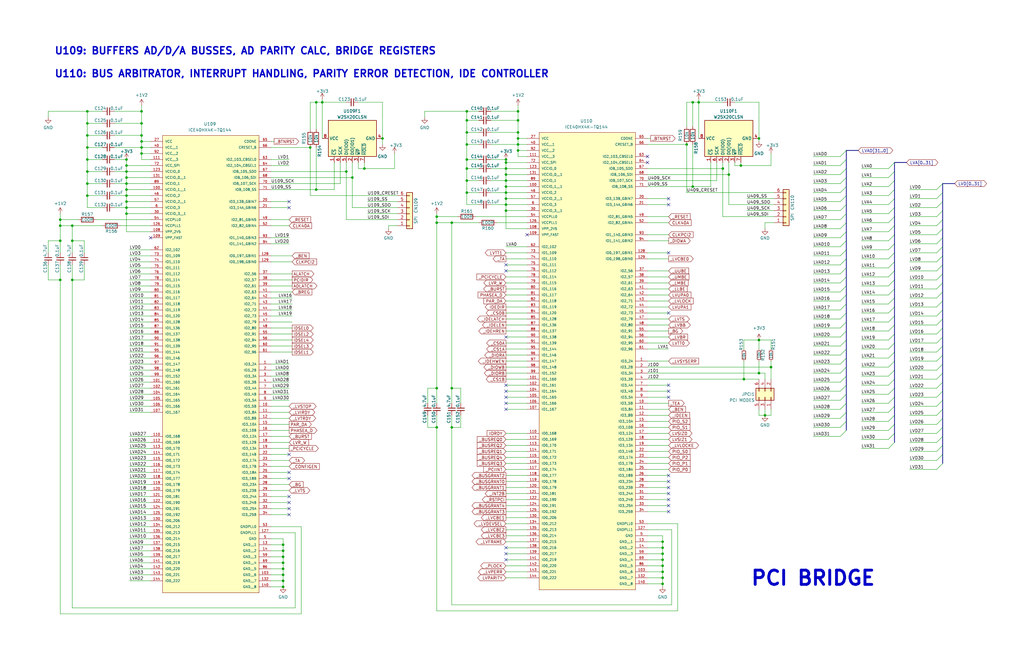
<source format=kicad_sch>
(kicad_sch (version 20231120) (generator "eeschema") (generator_version "8.0")
  (paper "B")
  (title_block (title "AMIGA PCI") (date "2024-07-03") (rev "4.0"))
  (junction (at 119.38 237.49))
  (junction (at 53.34 72.39))
  (junction (at 36.83 77.47))
  (junction (at 153.67 71.12))
  (junction (at 196.85 60.96))
  (junction (at 304.8 71.12))
  (junction (at 279.4 241.3))
  (junction (at 53.34 87.63))
  (junction (at 279.4 243.84))
  (junction (at 313.69 160.02))
  (junction (at 213.36 71.12))
  (junction (at 196.85 67.31))
  (junction (at 130.81 62.23))
  (junction (at 119.38 232.41))
  (junction (at 279.4 236.22))
  (junction (at 119.38 234.95))
  (junction (at 30.48 118.11))
  (junction (at 59.69 59.69))
  (junction (at 196.85 81.28))
  (junction (at 218.44 55.88))
  (junction (at 307.34 73.66))
  (junction (at 119.38 229.87))
  (junction (at 59.69 62.23))
  (junction (at 213.36 86.36))
  (junction (at 59.69 57.15))
  (junction (at 36.83 82.55))
  (junction (at 213.36 78.74))
  (junction (at 294.64 43.18))
  (junction (at 279.4 246.38))
  (junction (at 30.48 101.6))
  (junction (at 36.83 62.23))
  (junction (at 119.38 245.11))
  (junction (at 53.34 69.85))
  (junction (at 196.85 71.12))
  (junction (at 218.44 50.8))
  (junction (at 36.83 57.15))
  (junction (at 53.34 85.09))
  (junction (at 25.4 95.25))
  (junction (at 213.36 73.66))
  (junction (at 30.48 95.25))
  (junction (at 218.44 63.5))
  (junction (at 161.29 58.42))
  (junction (at 320.04 58.42))
  (junction (at 184.15 180.34))
  (junction (at 36.83 67.31))
  (junction (at 53.34 90.17))
  (junction (at 146.05 72.39))
  (junction (at 213.36 67.31))
  (junction (at 213.36 68.58))
  (junction (at 59.69 52.07))
  (junction (at 279.4 233.68))
  (junction (at 190.5 180.34))
  (junction (at 133.35 80.01))
  (junction (at 320.04 143.51))
  (junction (at 289.56 60.96))
  (junction (at 218.44 46.99))
  (junction (at 59.69 46.99))
  (junction (at 25.4 92.71))
  (junction (at 279.4 231.14))
  (junction (at 53.34 80.01))
  (junction (at 25.4 101.6))
  (junction (at 213.36 83.82))
  (junction (at 292.1 78.74))
  (junction (at 196.85 55.88))
  (junction (at 184.15 163.83))
  (junction (at 119.38 242.57))
  (junction (at 135.89 43.18))
  (junction (at 53.34 77.47))
  (junction (at 53.34 74.93))
  (junction (at 325.12 154.94))
  (junction (at 279.4 228.6))
  (junction (at 59.69 64.77))
  (junction (at 190.5 163.83))
  (junction (at 320.04 157.48))
  (junction (at 148.59 74.93))
  (junction (at 190.5 93.98))
  (junction (at 292.1 43.18))
  (junction (at 119.38 240.03))
  (junction (at 312.42 69.85))
  (junction (at 184.15 93.98))
  (junction (at 218.44 60.96))
  (junction (at 213.36 88.9))
  (junction (at 184.15 91.44))
  (junction (at 213.36 81.28))
  (junction (at 36.83 72.39))
  (junction (at 133.35 43.18))
  (junction (at 53.34 67.31))
  (junction (at 322.58 175.26))
  (junction (at 119.38 247.65))
  (junction (at 53.34 82.55))
  (junction (at 196.85 46.99))
  (junction (at 196.85 76.2))
  (junction (at 196.85 50.8))
  (junction (at 36.83 46.99))
  (junction (at 25.4 118.11))
  (junction (at 279.4 238.76))
  (junction (at 213.36 76.2))
  (junction (at 36.83 52.07))
  (junction (at 218.44 58.42))
  (no_connect (at 281.94 210.82))
  (no_connect (at 121.92 217.17))
  (no_connect (at 121.92 214.63))
  (no_connect (at 281.94 86.36))
  (no_connect (at 213.36 111.76))
  (no_connect (at 281.94 132.08))
  (no_connect (at 121.92 191.77))
  (no_connect (at 281.94 167.64))
  (no_connect (at 281.94 213.36))
  (no_connect (at 121.92 201.93))
  (no_connect (at 121.92 87.63))
  (no_connect (at 281.94 208.28))
  (no_connect (at 213.36 162.56))
  (no_connect (at 63.5 100.33))
  (no_connect (at 213.36 170.18))
  (no_connect (at 273.05 66.04))
  (no_connect (at 213.36 114.3))
  (no_connect (at 281.94 205.74))
  (no_connect (at 281.94 106.68))
  (no_connect (at 273.05 68.58))
  (no_connect (at 213.36 165.1))
  (no_connect (at 213.36 231.14))
  (no_connect (at 281.94 162.56))
  (no_connect (at 213.36 236.22))
  (no_connect (at 281.94 215.9))
  (no_connect (at 213.36 172.72))
  (no_connect (at 281.94 83.82))
  (no_connect (at 281.94 200.66))
  (no_connect (at 121.92 209.55))
  (no_connect (at 121.92 199.39))
  (no_connect (at 213.36 142.24))
  (no_connect (at 121.92 212.09))
  (no_connect (at 222.25 99.06))
  (no_connect (at 213.36 167.64))
  (no_connect (at 213.36 233.68))
  (no_connect (at 121.92 85.09))
  (no_connect (at 281.94 203.2))
  (no_connect (at 281.94 165.1))
  (bus_entry (at 394.97 87.63) (size 2.54 -2.54))
  (bus_entry (at 394.97 110.49) (size 2.54 -2.54))
  (bus_entry (at 354.33 115.57) (size 2.54 -2.54))
  (bus_entry (at 354.33 123.19) (size 2.54 -2.54))
  (bus_entry (at 374.65 78.74) (size 2.54 -2.54))
  (bus_entry (at 374.65 105.41) (size 2.54 -2.54))
  (bus_entry (at 354.33 138.43) (size 2.54 -2.54))
  (bus_entry (at 394.97 179.07) (size 2.54 -2.54))
  (bus_entry (at 394.97 106.68) (size 2.54 -2.54))
  (bus_entry (at 374.65 173.99) (size 2.54 -2.54))
  (bus_entry (at 394.97 99.06) (size 2.54 -2.54))
  (bus_entry (at 374.65 147.32) (size 2.54 -2.54))
  (bus_entry (at 394.97 133.35) (size 2.54 -2.54))
  (bus_entry (at 374.65 181.61) (size 2.54 -2.54))
  (bus_entry (at 354.33 130.81) (size 2.54 -2.54))
  (bus_entry (at 394.97 190.5) (size 2.54 -2.54))
  (bus_entry (at 354.33 85.09) (size 2.54 -2.54))
  (bus_entry (at 354.33 119.38) (size 2.54 -2.54))
  (bus_entry (at 354.33 180.34) (size 2.54 -2.54))
  (bus_entry (at 374.65 116.84) (size 2.54 -2.54))
  (bus_entry (at 394.97 80.01) (size 2.54 -2.54))
  (bus_entry (at 374.65 86.36) (size 2.54 -2.54))
  (bus_entry (at 394.97 114.3) (size 2.54 -2.54))
  (bus_entry (at 354.33 88.9) (size 2.54 -2.54))
  (bus_entry (at 354.33 66.04) (size 2.54 -2.54))
  (bus_entry (at 394.97 137.16) (size 2.54 -2.54))
  (bus_entry (at 374.65 132.08) (size 2.54 -2.54))
  (bus_entry (at 394.97 171.45) (size 2.54 -2.54))
  (bus_entry (at 394.97 167.64) (size 2.54 -2.54))
  (bus_entry (at 354.33 176.53) (size 2.54 -2.54))
  (bus_entry (at 374.65 143.51) (size 2.54 -2.54))
  (bus_entry (at 374.65 135.89) (size 2.54 -2.54))
  (bus_entry (at 394.97 125.73) (size 2.54 -2.54))
  (bus_entry (at 354.33 127) (size 2.54 -2.54))
  (bus_entry (at 374.65 93.98) (size 2.54 -2.54))
  (bus_entry (at 374.65 162.56) (size 2.54 -2.54))
  (bus_entry (at 374.65 97.79) (size 2.54 -2.54))
  (bus_entry (at 374.65 90.17) (size 2.54 -2.54))
  (bus_entry (at 374.65 74.93) (size 2.54 -2.54))
  (bus_entry (at 394.97 118.11) (size 2.54 -2.54))
  (bus_entry (at 354.33 146.05) (size 2.54 -2.54))
  (bus_entry (at 374.65 151.13) (size 2.54 -2.54))
  (bus_entry (at 354.33 69.85) (size 2.54 -2.54))
  (bus_entry (at 374.65 139.7) (size 2.54 -2.54))
  (bus_entry (at 354.33 92.71) (size 2.54 -2.54))
  (bus_entry (at 394.97 129.54) (size 2.54 -2.54))
  (bus_entry (at 374.65 120.65) (size 2.54 -2.54))
  (bus_entry (at 394.97 83.82) (size 2.54 -2.54))
  (bus_entry (at 394.97 163.83) (size 2.54 -2.54))
  (bus_entry (at 394.97 160.02) (size 2.54 -2.54))
  (bus_entry (at 374.65 101.6) (size 2.54 -2.54))
  (bus_entry (at 394.97 186.69) (size 2.54 -2.54))
  (bus_entry (at 374.65 170.18) (size 2.54 -2.54))
  (bus_entry (at 354.33 104.14) (size 2.54 -2.54))
  (bus_entry (at 394.97 156.21) (size 2.54 -2.54))
  (bus_entry (at 354.33 172.72) (size 2.54 -2.54))
  (bus_entry (at 374.65 154.94) (size 2.54 -2.54))
  (bus_entry (at 354.33 107.95) (size 2.54 -2.54))
  (bus_entry (at 394.97 194.31) (size 2.54 -2.54))
  (bus_entry (at 354.33 168.91) (size 2.54 -2.54))
  (bus_entry (at 354.33 73.66) (size 2.54 -2.54))
  (bus_entry (at 374.65 71.12) (size 2.54 -2.54))
  (bus_entry (at 394.97 102.87) (size 2.54 -2.54))
  (bus_entry (at 374.65 113.03) (size 2.54 -2.54))
  (bus_entry (at 354.33 157.48) (size 2.54 -2.54))
  (bus_entry (at 354.33 142.24) (size 2.54 -2.54))
  (bus_entry (at 354.33 96.52) (size 2.54 -2.54))
  (bus_entry (at 374.65 189.23) (size 2.54 -2.54))
  (bus_entry (at 394.97 121.92) (size 2.54 -2.54))
  (bus_entry (at 354.33 161.29) (size 2.54 -2.54))
  (bus_entry (at 374.65 166.37) (size 2.54 -2.54))
  (bus_entry (at 374.65 109.22) (size 2.54 -2.54))
  (bus_entry (at 374.65 158.75) (size 2.54 -2.54))
  (bus_entry (at 394.97 95.25) (size 2.54 -2.54))
  (bus_entry (at 394.97 144.78) (size 2.54 -2.54))
  (bus_entry (at 394.97 140.97) (size 2.54 -2.54))
  (bus_entry (at 354.33 153.67) (size 2.54 -2.54))
  (bus_entry (at 354.33 77.47) (size 2.54 -2.54))
  (bus_entry (at 394.97 182.88) (size 2.54 -2.54))
  (bus_entry (at 394.97 91.44) (size 2.54 -2.54))
  (bus_entry (at 374.65 128.27) (size 2.54 -2.54))
  (bus_entry (at 394.97 152.4) (size 2.54 -2.54))
  (bus_entry (at 374.65 185.42) (size 2.54 -2.54))
  (bus_entry (at 374.65 177.8) (size 2.54 -2.54))
  (bus_entry (at 354.33 81.28) (size 2.54 -2.54))
  (bus_entry (at 374.65 124.46) (size 2.54 -2.54))
  (bus_entry (at 354.33 100.33) (size 2.54 -2.54))
  (bus_entry (at 394.97 148.59) (size 2.54 -2.54))
  (bus_entry (at 354.33 149.86) (size 2.54 -2.54))
  (bus_entry (at 354.33 111.76) (size 2.54 -2.54))
  (bus_entry (at 354.33 134.62) (size 2.54 -2.54))
  (bus_entry (at 374.65 82.55) (size 2.54 -2.54))
  (bus_entry (at 354.33 165.1) (size 2.54 -2.54))
  (bus_entry (at 394.97 198.12) (size 2.54 -2.54))
  (bus_entry (at 354.33 184.15) (size 2.54 -2.54))
  (bus_entry (at 394.97 175.26) (size 2.54 -2.54))
  (wire (pts (xy 59.69 64.77) (xy 59.69 67.31)))
  (wire (pts (xy 285.75 220.98) (xy 273.05 220.98)))
  (wire (pts (xy 279.4 238.76) (xy 273.05 238.76)))
  (bus (pts (xy 356.87 135.89) (xy 356.87 139.7)))
  (wire (pts (xy 114.3 217.17) (xy 121.92 217.17)))
  (bus (pts (xy 397.51 134.62) (xy 397.51 138.43)))
  (wire (pts (xy 342.9 134.62) (xy 354.33 134.62)))
  (wire (pts (xy 63.5 64.77) (xy 59.69 64.77)))
  (wire (pts (xy 54.61 196.85) (xy 63.5 196.85)))
  (wire (pts (xy 383.54 118.11) (xy 394.97 118.11)))
  (wire (pts (xy 273.05 101.6) (xy 281.94 101.6)))
  (bus (pts (xy 377.19 160.02) (xy 377.19 163.83)))
  (wire (pts (xy 342.9 73.66) (xy 354.33 73.66)))
  (wire (pts (xy 273.05 91.44) (xy 281.94 91.44)))
  (wire (pts (xy 53.34 82.55) (xy 48.26 82.55)))
  (bus (pts (xy 397.51 149.86) (xy 397.51 153.67)))
  (wire (pts (xy 222.25 132.08) (xy 213.36 132.08)))
  (wire (pts (xy 307.34 73.66) (xy 307.34 86.36)))
  (bus (pts (xy 377.19 87.63) (xy 377.19 91.44)))
  (wire (pts (xy 63.5 123.19) (xy 54.61 123.19)))
  (wire (pts (xy 383.54 190.5) (xy 394.97 190.5)))
  (wire (pts (xy 63.5 92.71) (xy 40.64 92.71)))
  (bus (pts (xy 377.19 182.88) (xy 377.19 186.69)))
  (wire (pts (xy 273.05 195.58) (xy 281.94 195.58)))
  (wire (pts (xy 213.36 187.96) (xy 222.25 187.96)))
  (wire (pts (xy 292.1 43.18) (xy 292.1 53.34)))
  (wire (pts (xy 222.25 66.04) (xy 218.44 66.04)))
  (bus (pts (xy 356.87 124.46) (xy 356.87 128.27)))
  (wire (pts (xy 273.05 213.36) (xy 281.94 213.36)))
  (wire (pts (xy 114.3 138.43) (xy 123.19 138.43)))
  (wire (pts (xy 289.56 60.96) (xy 273.05 60.96)))
  (wire (pts (xy 222.25 78.74) (xy 213.36 78.74)))
  (wire (pts (xy 273.05 137.16) (xy 281.94 137.16)))
  (wire (pts (xy 121.92 156.21) (xy 114.3 156.21)))
  (wire (pts (xy 273.05 157.48) (xy 320.04 157.48)))
  (wire (pts (xy 218.44 55.88) (xy 218.44 58.42)))
  (wire (pts (xy 184.15 91.44) (xy 193.04 91.44)))
  (wire (pts (xy 213.36 203.2) (xy 222.25 203.2)))
  (wire (pts (xy 53.34 67.31) (xy 53.34 69.85)))
  (wire (pts (xy 222.25 172.72) (xy 213.36 172.72)))
  (bus (pts (xy 397.51 104.14) (xy 397.51 107.95)))
  (wire (pts (xy 114.3 181.61) (xy 121.92 181.61)))
  (wire (pts (xy 281.94 215.9) (xy 273.05 215.9)))
  (bus (pts (xy 397.51 81.28) (xy 397.51 85.09)))
  (wire (pts (xy 279.4 236.22) (xy 273.05 236.22)))
  (wire (pts (xy 63.5 158.75) (xy 54.61 158.75)))
  (wire (pts (xy 222.25 58.42) (xy 218.44 58.42)))
  (bus (pts (xy 356.87 86.36) (xy 356.87 90.17)))
  (wire (pts (xy 119.38 234.95) (xy 119.38 237.49)))
  (wire (pts (xy 363.22 185.42) (xy 374.65 185.42)))
  (wire (pts (xy 322.58 93.98) (xy 322.58 96.52)))
  (wire (pts (xy 363.22 181.61) (xy 374.65 181.61)))
  (bus (pts (xy 397.51 100.33) (xy 397.51 104.14)))
  (wire (pts (xy 289.56 53.34) (xy 289.56 43.18)))
  (wire (pts (xy 194.31 175.26) (xy 194.31 180.34)))
  (wire (pts (xy 63.5 80.01) (xy 53.34 80.01)))
  (bus (pts (xy 397.51 77.47) (xy 397.51 81.28)))
  (bus (pts (xy 397.51 107.95) (xy 397.51 111.76)))
  (bus (pts (xy 356.87 147.32) (xy 356.87 151.13)))
  (wire (pts (xy 63.5 118.11) (xy 54.61 118.11)))
  (wire (pts (xy 213.36 149.86) (xy 222.25 149.86)))
  (wire (pts (xy 201.93 81.28) (xy 196.85 81.28)))
  (wire (pts (xy 281.94 119.38) (xy 273.05 119.38)))
  (bus (pts (xy 377.19 76.2) (xy 377.19 80.01)))
  (wire (pts (xy 342.9 184.15) (xy 354.33 184.15)))
  (wire (pts (xy 294.64 43.18) (xy 304.8 43.18)))
  (wire (pts (xy 114.3 107.95) (xy 123.19 107.95)))
  (wire (pts (xy 161.29 43.18) (xy 151.13 43.18)))
  (wire (pts (xy 114.3 209.55) (xy 121.92 209.55)))
  (wire (pts (xy 222.25 76.2) (xy 213.36 76.2)))
  (wire (pts (xy 222.25 88.9) (xy 213.36 88.9)))
  (wire (pts (xy 285.75 257.81) (xy 184.15 257.81)))
  (bus (pts (xy 377.19 106.68) (xy 377.19 110.49)))
  (wire (pts (xy 53.34 74.93) (xy 53.34 77.47)))
  (wire (pts (xy 222.25 241.3) (xy 213.36 241.3)))
  (wire (pts (xy 53.34 67.31) (xy 48.26 67.31)))
  (wire (pts (xy 279.4 243.84) (xy 279.4 246.38)))
  (wire (pts (xy 43.18 52.07) (xy 36.83 52.07)))
  (wire (pts (xy 363.22 151.13) (xy 374.65 151.13)))
  (wire (pts (xy 63.5 146.05) (xy 54.61 146.05)))
  (wire (pts (xy 213.36 208.28) (xy 222.25 208.28)))
  (wire (pts (xy 146.05 72.39) (xy 114.3 72.39)))
  (wire (pts (xy 36.83 57.15) (xy 36.83 52.07)))
  (wire (pts (xy 114.3 186.69) (xy 121.92 186.69)))
  (wire (pts (xy 114.3 146.05) (xy 123.19 146.05)))
  (wire (pts (xy 140.97 80.01) (xy 140.97 68.58)))
  (wire (pts (xy 63.5 115.57) (xy 54.61 115.57)))
  (wire (pts (xy 54.61 194.31) (xy 63.5 194.31)))
  (wire (pts (xy 114.3 201.93) (xy 121.92 201.93)))
  (wire (pts (xy 281.94 124.46) (xy 273.05 124.46)))
  (wire (pts (xy 30.48 111.76) (xy 30.48 118.11)))
  (wire (pts (xy 54.61 209.55) (xy 63.5 209.55)))
  (wire (pts (xy 146.05 68.58) (xy 146.05 72.39)))
  (wire (pts (xy 273.05 73.66) (xy 307.34 73.66)))
  (wire (pts (xy 161.29 58.42) (xy 161.29 43.18)))
  (bus (pts (xy 356.87 173.99) (xy 356.87 177.8)))
  (wire (pts (xy 35.56 118.11) (xy 30.48 118.11)))
  (wire (pts (xy 279.4 243.84) (xy 273.05 243.84)))
  (wire (pts (xy 190.5 93.98) (xy 201.93 93.98)))
  (bus (pts (xy 397.51 123.19) (xy 397.51 127)))
  (wire (pts (xy 383.54 163.83) (xy 394.97 163.83)))
  (wire (pts (xy 213.36 147.32) (xy 222.25 147.32)))
  (wire (pts (xy 383.54 80.01) (xy 394.97 80.01)))
  (wire (pts (xy 342.9 149.86) (xy 354.33 149.86)))
  (wire (pts (xy 63.5 140.97) (xy 54.61 140.97)))
  (bus (pts (xy 377.19 110.49) (xy 377.19 114.3)))
  (bus (pts (xy 397.51 172.72) (xy 397.51 176.53)))
  (wire (pts (xy 314.96 83.82) (xy 326.39 83.82)))
  (wire (pts (xy 279.4 228.6) (xy 273.05 228.6)))
  (wire (pts (xy 222.25 114.3) (xy 213.36 114.3)))
  (wire (pts (xy 320.04 43.18) (xy 309.88 43.18)))
  (wire (pts (xy 273.05 160.02) (xy 313.69 160.02)))
  (wire (pts (xy 292.1 43.18) (xy 294.64 43.18)))
  (wire (pts (xy 383.54 129.54) (xy 394.97 129.54)))
  (wire (pts (xy 326.39 93.98) (xy 322.58 93.98)))
  (wire (pts (xy 213.36 88.9) (xy 213.36 96.52)))
  (wire (pts (xy 342.9 138.43) (xy 354.33 138.43)))
  (wire (pts (xy 363.22 109.22) (xy 374.65 109.22)))
  (wire (pts (xy 114.3 95.25) (xy 121.92 95.25)))
  (wire (pts (xy 273.05 154.94) (xy 325.12 154.94)))
  (wire (pts (xy 114.3 204.47) (xy 121.92 204.47)))
  (wire (pts (xy 273.05 190.5) (xy 281.94 190.5)))
  (wire (pts (xy 63.5 82.55) (xy 53.34 82.55)))
  (wire (pts (xy 63.5 237.49) (xy 54.61 237.49)))
  (bus (pts (xy 377.19 129.54) (xy 377.19 133.35)))
  (wire (pts (xy 59.69 59.69) (xy 59.69 62.23)))
  (wire (pts (xy 130.81 54.61) (xy 130.81 43.18)))
  (wire (pts (xy 54.61 212.09) (xy 63.5 212.09)))
  (wire (pts (xy 325.12 69.85) (xy 312.42 69.85)))
  (wire (pts (xy 54.61 191.77) (xy 63.5 191.77)))
  (bus (pts (xy 377.19 167.64) (xy 377.19 171.45)))
  (wire (pts (xy 342.9 176.53) (xy 354.33 176.53)))
  (wire (pts (xy 121.92 166.37) (xy 114.3 166.37)))
  (wire (pts (xy 322.58 175.26) (xy 320.04 175.26)))
  (wire (pts (xy 222.25 63.5) (xy 218.44 63.5)))
  (wire (pts (xy 383.54 114.3) (xy 394.97 114.3)))
  (wire (pts (xy 279.4 241.3) (xy 279.4 243.84)))
  (wire (pts (xy 383.54 137.16) (xy 394.97 137.16)))
  (wire (pts (xy 146.05 92.71) (xy 146.05 72.39)))
  (wire (pts (xy 383.54 171.45) (xy 394.97 171.45)))
  (wire (pts (xy 196.85 81.28) (xy 196.85 86.36)))
  (wire (pts (xy 213.36 152.4) (xy 222.25 152.4)))
  (wire (pts (xy 63.5 69.85) (xy 53.34 69.85)))
  (wire (pts (xy 190.5 180.34) (xy 190.5 175.26)))
  (wire (pts (xy 320.04 59.69) (xy 320.04 58.42)))
  (wire (pts (xy 299.72 78.74) (xy 299.72 68.58)))
  (wire (pts (xy 363.22 86.36) (xy 374.65 86.36)))
  (wire (pts (xy 281.94 132.08) (xy 273.05 132.08)))
  (wire (pts (xy 133.35 43.18) (xy 133.35 54.61)))
  (wire (pts (xy 213.36 205.74) (xy 222.25 205.74)))
  (wire (pts (xy 194.31 163.83) (xy 190.5 163.83)))
  (wire (pts (xy 54.61 163.83) (xy 63.5 163.83)))
  (wire (pts (xy 322.58 157.48) (xy 320.04 157.48)))
  (wire (pts (xy 63.5 133.35) (xy 54.61 133.35)))
  (wire (pts (xy 54.61 207.01) (xy 63.5 207.01)))
  (wire (pts (xy 213.36 144.78) (xy 222.25 144.78)))
  (wire (pts (xy 383.54 125.73) (xy 394.97 125.73)))
  (wire (pts (xy 140.97 80.01) (xy 133.35 80.01)))
  (wire (pts (xy 190.5 170.18) (xy 190.5 163.83)))
  (wire (pts (xy 127 222.25) (xy 127 259.08)))
  (wire (pts (xy 218.44 60.96) (xy 207.01 60.96)))
  (bus (pts (xy 377.19 68.58) (xy 382.27 68.58)))
  (wire (pts (xy 325.12 143.51) (xy 320.04 143.51)))
  (wire (pts (xy 281.94 129.54) (xy 273.05 129.54)))
  (bus (pts (xy 356.87 166.37) (xy 356.87 170.18)))
  (wire (pts (xy 184.15 180.34) (xy 180.34 180.34)))
  (wire (pts (xy 54.61 107.95) (xy 63.5 107.95)))
  (wire (pts (xy 363.22 128.27) (xy 374.65 128.27)))
  (wire (pts (xy 342.9 85.09) (xy 354.33 85.09)))
  (wire (pts (xy 363.22 90.17) (xy 374.65 90.17)))
  (wire (pts (xy 222.25 71.12) (xy 213.36 71.12)))
  (wire (pts (xy 184.15 93.98) (xy 184.15 163.83)))
  (wire (pts (xy 59.69 62.23) (xy 59.69 64.77)))
  (wire (pts (xy 25.4 259.08) (xy 25.4 118.11)))
  (wire (pts (xy 218.44 63.5) (xy 218.44 66.04)))
  (wire (pts (xy 279.4 246.38) (xy 279.4 247.65)))
  (wire (pts (xy 363.22 173.99) (xy 374.65 173.99)))
  (wire (pts (xy 53.34 69.85) (xy 53.34 72.39)))
  (wire (pts (xy 363.22 124.46) (xy 374.65 124.46)))
  (wire (pts (xy 292.1 60.96) (xy 292.1 78.74)))
  (wire (pts (xy 273.05 203.2) (xy 281.94 203.2)))
  (wire (pts (xy 342.9 130.81) (xy 354.33 130.81)))
  (wire (pts (xy 59.69 52.07) (xy 59.69 57.15)))
  (wire (pts (xy 54.61 214.63) (xy 63.5 214.63)))
  (wire (pts (xy 63.5 219.71) (xy 54.61 219.71)))
  (wire (pts (xy 114.3 140.97) (xy 123.19 140.97)))
  (wire (pts (xy 281.94 198.12) (xy 273.05 198.12)))
  (bus (pts (xy 356.87 74.93) (xy 356.87 78.74)))
  (wire (pts (xy 279.4 238.76) (xy 279.4 241.3)))
  (wire (pts (xy 119.38 227.33) (xy 114.3 227.33)))
  (wire (pts (xy 383.54 160.02) (xy 394.97 160.02)))
  (wire (pts (xy 363.22 170.18) (xy 374.65 170.18)))
  (wire (pts (xy 63.5 232.41) (xy 54.61 232.41)))
  (wire (pts (xy 222.25 154.94) (xy 213.36 154.94)))
  (bus (pts (xy 377.19 118.11) (xy 377.19 121.92)))
  (wire (pts (xy 285.75 220.98) (xy 285.75 257.81)))
  (wire (pts (xy 222.25 127) (xy 213.36 127)))
  (wire (pts (xy 222.25 81.28) (xy 213.36 81.28)))
  (wire (pts (xy 53.34 82.55) (xy 53.34 85.09)))
  (wire (pts (xy 281.94 162.56) (xy 273.05 162.56)))
  (bus (pts (xy 397.51 142.24) (xy 397.51 146.05)))
  (wire (pts (xy 166.37 64.77) (xy 166.37 71.12)))
  (bus (pts (xy 377.19 99.06) (xy 377.19 102.87)))
  (wire (pts (xy 213.36 193.04) (xy 222.25 193.04)))
  (wire (pts (xy 213.36 67.31) (xy 213.36 68.58)))
  (wire (pts (xy 213.36 142.24) (xy 222.25 142.24)))
  (wire (pts (xy 218.44 46.99) (xy 218.44 50.8)))
  (wire (pts (xy 53.34 97.79) (xy 63.5 97.79)))
  (wire (pts (xy 342.9 168.91) (xy 354.33 168.91)))
  (wire (pts (xy 213.36 215.9) (xy 222.25 215.9)))
  (bus (pts (xy 397.51 187.96) (xy 397.51 191.77)))
  (wire (pts (xy 383.54 156.21) (xy 394.97 156.21)))
  (wire (pts (xy 273.05 193.04) (xy 281.94 193.04)))
  (bus (pts (xy 397.51 168.91) (xy 397.51 172.72)))
  (wire (pts (xy 63.5 227.33) (xy 54.61 227.33)))
  (wire (pts (xy 213.36 182.88) (xy 222.25 182.88)))
  (wire (pts (xy 342.9 157.48) (xy 354.33 157.48)))
  (wire (pts (xy 53.34 77.47) (xy 48.26 77.47)))
  (bus (pts (xy 397.51 130.81) (xy 397.51 134.62)))
  (wire (pts (xy 63.5 171.45) (xy 54.61 171.45)))
  (wire (pts (xy 153.67 71.12) (xy 151.13 71.12)))
  (wire (pts (xy 213.36 231.14) (xy 222.25 231.14)))
  (wire (pts (xy 35.56 106.68) (xy 35.56 101.6)))
  (wire (pts (xy 279.4 236.22) (xy 279.4 238.76)))
  (wire (pts (xy 133.35 62.23) (xy 133.35 80.01)))
  (wire (pts (xy 342.9 104.14) (xy 354.33 104.14)))
  (bus (pts (xy 377.19 175.26) (xy 377.19 179.07)))
  (wire (pts (xy 222.25 91.44) (xy 200.66 91.44)))
  (wire (pts (xy 307.34 68.58) (xy 307.34 73.66)))
  (wire (pts (xy 43.18 82.55) (xy 36.83 82.55)))
  (wire (pts (xy 114.3 87.63) (xy 121.92 87.63)))
  (wire (pts (xy 121.92 153.67) (xy 114.3 153.67)))
  (wire (pts (xy 325.12 175.26) (xy 325.12 172.72)))
  (wire (pts (xy 383.54 175.26) (xy 394.97 175.26)))
  (wire (pts (xy 54.61 242.57) (xy 63.5 242.57)))
  (wire (pts (xy 342.9 123.19) (xy 354.33 123.19)))
  (wire (pts (xy 273.05 177.8) (xy 281.94 177.8)))
  (wire (pts (xy 322.58 172.72) (xy 322.58 175.26)))
  (wire (pts (xy 273.05 139.7) (xy 281.94 139.7)))
  (wire (pts (xy 273.05 205.74) (xy 281.94 205.74)))
  (wire (pts (xy 383.54 110.49) (xy 394.97 110.49)))
  (wire (pts (xy 363.22 74.93) (xy 374.65 74.93)))
  (bus (pts (xy 356.87 132.08) (xy 356.87 135.89)))
  (wire (pts (xy 63.5 148.59) (xy 54.61 148.59)))
  (wire (pts (xy 281.94 127) (xy 273.05 127)))
  (wire (pts (xy 222.25 83.82) (xy 213.36 83.82)))
  (wire (pts (xy 289.56 81.28) (xy 289.56 60.96)))
  (wire (pts (xy 20.32 46.99) (xy 20.32 49.53)))
  (bus (pts (xy 356.87 116.84) (xy 356.87 120.65)))
  (wire (pts (xy 213.36 71.12) (xy 207.01 71.12)))
  (wire (pts (xy 54.61 189.23) (xy 63.5 189.23)))
  (wire (pts (xy 163.83 95.25) (xy 163.83 96.52)))
  (wire (pts (xy 130.81 82.55) (xy 130.81 62.23)))
  (wire (pts (xy 25.4 118.11) (xy 25.4 111.76)))
  (wire (pts (xy 342.9 107.95) (xy 354.33 107.95)))
  (bus (pts (xy 356.87 177.8) (xy 356.87 181.61)))
  (wire (pts (xy 279.4 226.06) (xy 279.4 228.6)))
  (wire (pts (xy 114.3 102.87) (xy 121.92 102.87)))
  (wire (pts (xy 213.36 210.82) (xy 222.25 210.82)))
  (wire (pts (xy 363.22 97.79) (xy 374.65 97.79)))
  (wire (pts (xy 222.25 86.36) (xy 213.36 86.36)))
  (wire (pts (xy 114.3 92.71) (xy 121.92 92.71)))
  (wire (pts (xy 222.25 111.76) (xy 213.36 111.76)))
  (wire (pts (xy 196.85 60.96) (xy 196.85 55.88)))
  (wire (pts (xy 218.44 50.8) (xy 207.01 50.8)))
  (bus (pts (xy 397.51 77.47) (xy 402.59 77.47)))
  (wire (pts (xy 143.51 77.47) (xy 114.3 77.47)))
  (wire (pts (xy 190.5 93.98) (xy 190.5 163.83)))
  (wire (pts (xy 114.3 173.99) (xy 121.92 173.99)))
  (wire (pts (xy 201.93 60.96) (xy 196.85 60.96)))
  (wire (pts (xy 363.22 177.8) (xy 374.65 177.8)))
  (wire (pts (xy 119.38 245.11) (xy 119.38 247.65)))
  (bus (pts (xy 397.51 191.77) (xy 397.51 195.58)))
  (wire (pts (xy 383.54 121.92) (xy 394.97 121.92)))
  (bus (pts (xy 377.19 121.92) (xy 377.19 125.73)))
  (wire (pts (xy 201.93 86.36) (xy 196.85 86.36)))
  (wire (pts (xy 363.22 132.08) (xy 374.65 132.08)))
  (wire (pts (xy 54.61 217.17) (xy 63.5 217.17)))
  (bus (pts (xy 397.51 119.38) (xy 397.51 123.19)))
  (bus (pts (xy 397.51 127) (xy 397.51 130.81)))
  (bus (pts (xy 377.19 91.44) (xy 377.19 95.25)))
  (bus (pts (xy 397.51 165.1) (xy 397.51 168.91)))
  (wire (pts (xy 383.54 106.68) (xy 394.97 106.68)))
  (wire (pts (xy 54.61 199.39) (xy 63.5 199.39)))
  (wire (pts (xy 36.83 72.39) (xy 36.83 77.47)))
  (wire (pts (xy 59.69 57.15) (xy 48.26 57.15)))
  (wire (pts (xy 213.36 185.42) (xy 222.25 185.42)))
  (bus (pts (xy 397.51 88.9) (xy 397.51 92.71)))
  (wire (pts (xy 114.3 189.23) (xy 121.92 189.23)))
  (wire (pts (xy 273.05 109.22) (xy 281.94 109.22)))
  (wire (pts (xy 154.94 85.09) (xy 167.64 85.09)))
  (wire (pts (xy 273.05 83.82) (xy 281.94 83.82)))
  (bus (pts (xy 377.19 114.3) (xy 377.19 118.11)))
  (bus (pts (xy 377.19 156.21) (xy 377.19 160.02)))
  (wire (pts (xy 279.4 246.38) (xy 273.05 246.38)))
  (wire (pts (xy 59.69 44.45) (xy 59.69 46.99)))
  (wire (pts (xy 294.64 43.18) (xy 294.64 41.91)))
  (bus (pts (xy 377.19 72.39) (xy 377.19 76.2)))
  (wire (pts (xy 196.85 67.31) (xy 196.85 60.96)))
  (bus (pts (xy 356.87 158.75) (xy 356.87 162.56)))
  (wire (pts (xy 63.5 110.49) (xy 54.61 110.49)))
  (wire (pts (xy 124.46 256.54) (xy 124.46 224.79)))
  (wire (pts (xy 325.12 154.94) (xy 325.12 160.02)))
  (bus (pts (xy 377.19 179.07) (xy 377.19 182.88)))
  (wire (pts (xy 114.3 143.51) (xy 123.19 143.51)))
  (wire (pts (xy 363.22 143.51) (xy 374.65 143.51)))
  (wire (pts (xy 213.36 67.31) (xy 207.01 67.31)))
  (wire (pts (xy 273.05 185.42) (xy 281.94 185.42)))
  (wire (pts (xy 213.36 116.84) (xy 222.25 116.84)))
  (wire (pts (xy 383.54 95.25) (xy 394.97 95.25)))
  (wire (pts (xy 114.3 74.93) (xy 148.59 74.93)))
  (wire (pts (xy 63.5 120.65) (xy 54.61 120.65)))
  (wire (pts (xy 213.36 109.22) (xy 222.25 109.22)))
  (wire (pts (xy 59.69 52.07) (xy 48.26 52.07)))
  (wire (pts (xy 123.19 115.57) (xy 114.3 115.57)))
  (wire (pts (xy 363.22 189.23) (xy 374.65 189.23)))
  (wire (pts (xy 213.36 68.58) (xy 213.36 71.12)))
  (wire (pts (xy 273.05 144.78) (xy 281.94 144.78)))
  (wire (pts (xy 119.38 229.87) (xy 119.38 232.41)))
  (wire (pts (xy 213.36 78.74) (xy 213.36 81.28)))
  (wire (pts (xy 25.4 101.6) (xy 20.32 101.6)))
  (wire (pts (xy 383.54 83.82) (xy 394.97 83.82)))
  (wire (pts (xy 342.9 153.67) (xy 354.33 153.67)))
  (wire (pts (xy 54.61 186.69) (xy 63.5 186.69)))
  (wire (pts (xy 63.5 222.25) (xy 54.61 222.25)))
  (wire (pts (xy 201.93 50.8) (xy 196.85 50.8)))
  (bus (pts (xy 377.19 171.45) (xy 377.19 175.26)))
  (wire (pts (xy 281.94 170.18) (xy 273.05 170.18)))
  (wire (pts (xy 166.37 71.12) (xy 153.67 71.12)))
  (wire (pts (xy 363.22 116.84) (xy 374.65 116.84)))
  (wire (pts (xy 213.36 233.68) (xy 222.25 233.68)))
  (wire (pts (xy 53.34 90.17) (xy 53.34 97.79)))
  (wire (pts (xy 119.38 242.57) (xy 114.3 242.57)))
  (wire (pts (xy 322.58 160.02) (xy 322.58 157.48)))
  (wire (pts (xy 222.25 165.1) (xy 213.36 165.1)))
  (wire (pts (xy 342.9 161.29) (xy 354.33 161.29)))
  (wire (pts (xy 281.94 172.72) (xy 273.05 172.72)))
  (bus (pts (xy 356.87 82.55) (xy 356.87 86.36)))
  (wire (pts (xy 114.3 158.75) (xy 121.92 158.75)))
  (wire (pts (xy 363.22 105.41) (xy 374.65 105.41)))
  (bus (pts (xy 356.87 63.5) (xy 356.87 67.31)))
  (wire (pts (xy 53.34 80.01) (xy 53.34 82.55)))
  (wire (pts (xy 121.92 194.31) (xy 114.3 194.31)))
  (wire (pts (xy 59.69 57.15) (xy 59.69 59.69)))
  (bus (pts (xy 356.87 139.7) (xy 356.87 143.51)))
  (wire (pts (xy 383.54 167.64) (xy 394.97 167.64)))
  (wire (pts (xy 363.22 78.74) (xy 374.65 78.74)))
  (wire (pts (xy 196.85 76.2) (xy 196.85 81.28)))
  (wire (pts (xy 196.85 50.8) (xy 196.85 46.99)))
  (wire (pts (xy 54.61 201.93) (xy 63.5 201.93)))
  (wire (pts (xy 43.18 77.47) (xy 36.83 77.47)))
  (bus (pts (xy 356.87 109.22) (xy 356.87 113.03)))
  (bus (pts (xy 397.51 157.48) (xy 397.51 161.29)))
  (wire (pts (xy 283.21 223.52) (xy 273.05 223.52)))
  (wire (pts (xy 25.4 92.71) (xy 33.02 92.71)))
  (wire (pts (xy 383.54 179.07) (xy 394.97 179.07)))
  (wire (pts (xy 273.05 99.06) (xy 281.94 99.06)))
  (wire (pts (xy 148.59 74.93) (xy 148.59 68.58)))
  (bus (pts (xy 356.87 63.5) (xy 361.95 63.5)))
  (wire (pts (xy 123.19 128.27) (xy 114.3 128.27)))
  (wire (pts (xy 222.25 106.68) (xy 213.36 106.68)))
  (wire (pts (xy 30.48 118.11) (xy 30.48 256.54)))
  (wire (pts (xy 36.83 52.07) (xy 36.83 46.99)))
  (wire (pts (xy 54.61 153.67) (xy 63.5 153.67)))
  (wire (pts (xy 273.05 180.34) (xy 281.94 180.34)))
  (wire (pts (xy 179.07 46.99) (xy 179.07 49.53)))
  (wire (pts (xy 36.83 67.31) (xy 36.83 72.39)))
  (wire (pts (xy 119.38 240.03) (xy 114.3 240.03)))
  (wire (pts (xy 273.05 106.68) (xy 281.94 106.68)))
  (wire (pts (xy 190.5 255.27) (xy 283.21 255.27)))
  (wire (pts (xy 309.88 68.58) (xy 309.88 69.85)))
  (wire (pts (xy 363.22 139.7) (xy 374.65 139.7)))
  (wire (pts (xy 63.5 74.93) (xy 53.34 74.93)))
  (wire (pts (xy 184.15 180.34) (xy 184.15 175.26)))
  (wire (pts (xy 383.54 91.44) (xy 394.97 91.44)))
  (bus (pts (xy 377.19 80.01) (xy 377.19 83.82)))
  (wire (pts (xy 53.34 77.47) (xy 53.34 80.01)))
  (wire (pts (xy 36.83 62.23) (xy 36.83 57.15)))
  (wire (pts (xy 123.19 130.81) (xy 114.3 130.81)))
  (wire (pts (xy 167.64 82.55) (xy 130.81 82.55)))
  (wire (pts (xy 312.42 69.85) (xy 309.88 69.85)))
  (wire (pts (xy 121.92 168.91) (xy 114.3 168.91)))
  (bus (pts (xy 377.19 140.97) (xy 377.19 144.78)))
  (wire (pts (xy 63.5 128.27) (xy 54.61 128.27)))
  (wire (pts (xy 119.38 227.33) (xy 119.38 229.87)))
  (bus (pts (xy 397.51 85.09) (xy 397.51 88.9)))
  (wire (pts (xy 123.19 120.65) (xy 114.3 120.65)))
  (wire (pts (xy 218.44 44.45) (xy 218.44 46.99)))
  (wire (pts (xy 53.34 85.09) (xy 53.34 87.63)))
  (wire (pts (xy 35.56 101.6) (xy 30.48 101.6)))
  (wire (pts (xy 279.4 228.6) (xy 279.4 231.14)))
  (wire (pts (xy 383.54 194.31) (xy 394.97 194.31)))
  (wire (pts (xy 213.36 76.2) (xy 207.01 76.2)))
  (wire (pts (xy 30.48 101.6) (xy 30.48 95.25)))
  (wire (pts (xy 148.59 74.93) (xy 148.59 87.63)))
  (wire (pts (xy 25.4 118.11) (xy 20.32 118.11)))
  (wire (pts (xy 292.1 78.74) (xy 273.05 78.74)))
  (wire (pts (xy 119.38 247.65) (xy 114.3 247.65)))
  (wire (pts (xy 363.22 113.03) (xy 374.65 113.03)))
  (wire (pts (xy 222.25 137.16) (xy 213.36 137.16)))
  (wire (pts (xy 320.04 143.51) (xy 320.04 147.32)))
  (wire (pts (xy 320.04 152.4) (xy 320.04 157.48)))
  (wire (pts (xy 151.13 68.58) (xy 151.13 71.12)))
  (wire (pts (xy 63.5 77.47) (xy 53.34 77.47)))
  (wire (pts (xy 213.36 160.02) (xy 222.25 160.02)))
  (wire (pts (xy 114.3 69.85) (xy 121.92 69.85)))
  (wire (pts (xy 213.36 81.28) (xy 213.36 83.82)))
  (wire (pts (xy 325.12 152.4) (xy 325.12 154.94)))
  (bus (pts (xy 397.51 184.15) (xy 397.51 187.96)))
  (wire (pts (xy 114.3 100.33) (xy 121.92 100.33)))
  (bus (pts (xy 356.87 151.13) (xy 356.87 154.94)))
  (wire (pts (xy 363.22 120.65) (xy 374.65 120.65)))
  (wire (pts (xy 222.25 104.14) (xy 213.36 104.14)))
  (wire (pts (xy 135.89 43.18) (xy 146.05 43.18)))
  (wire (pts (xy 213.36 190.5) (xy 222.25 190.5)))
  (wire (pts (xy 281.94 152.4) (xy 273.05 152.4)))
  (wire (pts (xy 325.12 64.77) (xy 325.12 69.85)))
  (wire (pts (xy 273.05 86.36) (xy 281.94 86.36)))
  (wire (pts (xy 36.83 46.99) (xy 43.18 46.99)))
  (bus (pts (xy 356.87 105.41) (xy 356.87 109.22)))
  (bus (pts (xy 356.87 170.18) (xy 356.87 173.99)))
  (bus (pts (xy 356.87 71.12) (xy 356.87 74.93)))
  (wire (pts (xy 213.36 213.36) (xy 222.25 213.36)))
  (wire (pts (xy 279.4 226.06) (xy 273.05 226.06)))
  (bus (pts (xy 356.87 128.27) (xy 356.87 132.08)))
  (bus (pts (xy 397.51 115.57) (xy 397.51 119.38)))
  (wire (pts (xy 53.34 87.63) (xy 48.26 87.63)))
  (wire (pts (xy 218.44 55.88) (xy 207.01 55.88)))
  (wire (pts (xy 342.9 142.24) (xy 354.33 142.24)))
  (wire (pts (xy 63.5 151.13) (xy 54.61 151.13)))
  (wire (pts (xy 123.19 118.11) (xy 114.3 118.11)))
  (wire (pts (xy 273.05 182.88) (xy 281.94 182.88)))
  (wire (pts (xy 273.05 175.26) (xy 281.94 175.26)))
  (wire (pts (xy 304.8 91.44) (xy 326.39 91.44)))
  (wire (pts (xy 114.3 191.77) (xy 121.92 191.77)))
  (wire (pts (xy 54.61 184.15) (xy 63.5 184.15)))
  (wire (pts (xy 130.81 43.18) (xy 133.35 43.18)))
  (wire (pts (xy 25.4 92.71) (xy 25.4 95.25)))
  (wire (pts (xy 130.81 62.23) (xy 114.3 62.23)))
  (wire (pts (xy 363.22 135.89) (xy 374.65 135.89)))
  (wire (pts (xy 119.38 245.11) (xy 114.3 245.11)))
  (bus (pts (xy 356.87 154.94) (xy 356.87 158.75)))
  (wire (pts (xy 320.04 160.02) (xy 313.69 160.02)))
  (bus (pts (xy 397.51 153.67) (xy 397.51 157.48)))
  (bus (pts (xy 377.19 148.59) (xy 377.19 152.4)))
  (bus (pts (xy 356.87 143.51) (xy 356.87 147.32)))
  (wire (pts (xy 114.3 133.35) (xy 123.19 133.35)))
  (wire (pts (xy 196.85 46.99) (xy 201.93 46.99)))
  (wire (pts (xy 54.61 204.47) (xy 63.5 204.47)))
  (wire (pts (xy 43.18 62.23) (xy 36.83 62.23)))
  (wire (pts (xy 194.31 180.34) (xy 190.5 180.34)))
  (wire (pts (xy 196.85 67.31) (xy 196.85 71.12)))
  (wire (pts (xy 218.44 58.42) (xy 218.44 60.96)))
  (wire (pts (xy 154.94 90.17) (xy 167.64 90.17)))
  (wire (pts (xy 342.9 100.33) (xy 354.33 100.33)))
  (wire (pts (xy 222.25 238.76) (xy 213.36 238.76)))
  (wire (pts (xy 363.22 93.98) (xy 374.65 93.98)))
  (bus (pts (xy 397.51 146.05) (xy 397.51 149.86)))
  (wire (pts (xy 273.05 142.24) (xy 281.94 142.24)))
  (wire (pts (xy 63.5 87.63) (xy 53.34 87.63)))
  (bus (pts (xy 356.87 90.17) (xy 356.87 93.98)))
  (wire (pts (xy 222.25 167.64) (xy 213.36 167.64)))
  (wire (pts (xy 114.3 199.39) (xy 121.92 199.39)))
  (wire (pts (xy 383.54 144.78) (xy 394.97 144.78)))
  (wire (pts (xy 222.25 93.98) (xy 209.55 93.98)))
  (wire (pts (xy 342.9 180.34) (xy 354.33 180.34)))
  (wire (pts (xy 304.8 71.12) (xy 304.8 91.44)))
  (wire (pts (xy 63.5 85.09) (xy 53.34 85.09)))
  (wire (pts (xy 294.64 58.42) (xy 294.64 43.18)))
  (wire (pts (xy 312.42 68.58) (xy 312.42 69.85)))
  (wire (pts (xy 54.61 245.11) (xy 63.5 245.11)))
  (wire (pts (xy 213.36 198.12) (xy 222.25 198.12)))
  (wire (pts (xy 190.5 180.34) (xy 190.5 255.27)))
  (wire (pts (xy 63.5 67.31) (xy 59.69 67.31)))
  (wire (pts (xy 222.25 157.48) (xy 213.36 157.48)))
  (wire (pts (xy 114.3 85.09) (xy 121.92 85.09)))
  (bus (pts (xy 377.19 137.16) (xy 377.19 140.97)))
  (wire (pts (xy 201.93 76.2) (xy 196.85 76.2)))
  (wire (pts (xy 63.5 138.43) (xy 54.61 138.43)))
  (wire (pts (xy 213.36 96.52) (xy 222.25 96.52)))
  (wire (pts (xy 184.15 91.44) (xy 184.15 93.98)))
  (wire (pts (xy 63.5 166.37) (xy 54.61 166.37)))
  (wire (pts (xy 302.26 76.2) (xy 273.05 76.2)))
  (wire (pts (xy 119.38 229.87) (xy 114.3 229.87)))
  (wire (pts (xy 281.94 116.84) (xy 273.05 116.84)))
  (wire (pts (xy 222.25 68.58) (xy 213.36 68.58)))
  (wire (pts (xy 342.9 165.1) (xy 354.33 165.1)))
  (wire (pts (xy 313.69 152.4) (xy 313.69 160.02)))
  (wire (pts (xy 342.9 119.38) (xy 354.33 119.38)))
  (wire (pts (xy 304.8 68.58) (xy 304.8 71.12)))
  (wire (pts (xy 201.93 71.12) (xy 196.85 71.12)))
  (wire (pts (xy 383.54 182.88) (xy 394.97 182.88)))
  (wire (pts (xy 119.38 237.49) (xy 119.38 240.03)))
  (wire (pts (xy 30.48 256.54) (xy 124.46 256.54)))
  (wire (pts (xy 322.58 175.26) (xy 325.12 175.26)))
  (wire (pts (xy 184.15 257.81) (xy 184.15 180.34)))
  (wire (pts (xy 30.48 106.68) (xy 30.48 101.6)))
  (wire (pts (xy 114.3 59.69) (xy 115.57 59.69)))
  (wire (pts (xy 222.25 220.98) (xy 213.36 220.98)))
  (wire (pts (xy 213.36 218.44) (xy 222.25 218.44)))
  (wire (pts (xy 222.25 228.6) (xy 213.36 228.6)))
  (wire (pts (xy 383.54 186.69) (xy 394.97 186.69)))
  (wire (pts (xy 121.92 163.83) (xy 114.3 163.83)))
  (wire (pts (xy 213.36 124.46) (xy 222.25 124.46)))
  (wire (pts (xy 283.21 255.27) (xy 283.21 223.52)))
  (wire (pts (xy 63.5 240.03) (xy 54.61 240.03)))
  (wire (pts (xy 123.19 123.19) (xy 114.3 123.19)))
  (wire (pts (xy 63.5 234.95) (xy 54.61 234.95)))
  (wire (pts (xy 326.39 81.28) (xy 289.56 81.28)))
  (wire (pts (xy 63.5 90.17) (xy 53.34 90.17)))
  (wire (pts (xy 213.36 71.12) (xy 213.36 73.66)))
  (wire (pts (xy 30.48 95.25) (xy 43.18 95.25)))
  (wire (pts (xy 383.54 133.35) (xy 394.97 133.35)))
  (wire (pts (xy 63.5 143.51) (xy 54.61 143.51)))
  (wire (pts (xy 36.83 77.47) (xy 36.83 82.55)))
  (wire (pts (xy 119.38 237.49) (xy 114.3 237.49)))
  (bus (pts (xy 377.19 152.4) (xy 377.19 156.21)))
  (wire (pts (xy 222.25 73.66) (xy 213.36 73.66)))
  (wire (pts (xy 273.05 58.42) (xy 274.32 58.42)))
  (bus (pts (xy 356.87 78.74) (xy 356.87 82.55)))
  (wire (pts (xy 218.44 60.96) (xy 218.44 63.5)))
  (wire (pts (xy 363.22 101.6) (xy 374.65 101.6)))
  (wire (pts (xy 43.18 72.39) (xy 36.83 72.39)))
  (wire (pts (xy 213.36 200.66) (xy 222.25 200.66)))
  (wire (pts (xy 25.4 95.25) (xy 25.4 101.6)))
  (wire (pts (xy 273.05 165.1) (xy 281.94 165.1)))
  (wire (pts (xy 63.5 224.79) (xy 54.61 224.79)))
  (wire (pts (xy 25.4 106.68) (xy 25.4 101.6)))
  (wire (pts (xy 53.34 72.39) (xy 48.26 72.39)))
  (wire (pts (xy 383.54 152.4) (xy 394.97 152.4)))
  (wire (pts (xy 342.9 115.57) (xy 354.33 115.57)))
  (wire (pts (xy 119.38 232.41) (xy 119.38 234.95)))
  (wire (pts (xy 213.36 73.66) (xy 213.36 76.2)))
  (wire (pts (xy 281.94 121.92) (xy 273.05 121.92)))
  (wire (pts (xy 63.5 173.99) (xy 54.61 173.99)))
  (wire (pts (xy 218.44 46.99) (xy 207.01 46.99)))
  (wire (pts (xy 201.93 55.88) (xy 196.85 55.88)))
  (wire (pts (xy 20.32 46.99) (xy 36.83 46.99)))
  (wire (pts (xy 63.5 229.87) (xy 54.61 229.87)))
  (wire (pts (xy 63.5 161.29) (xy 54.61 161.29)))
  (bus (pts (xy 356.87 162.56) (xy 356.87 166.37)))
  (wire (pts (xy 222.25 236.22) (xy 213.36 236.22)))
  (wire (pts (xy 114.3 179.07) (xy 121.92 179.07)))
  (wire (pts (xy 119.38 242.57) (xy 119.38 245.11)))
  (wire (pts (xy 20.32 118.11) (xy 20.32 111.76)))
  (wire (pts (xy 222.25 162.56) (xy 213.36 162.56)))
  (wire (pts (xy 342.9 96.52) (xy 354.33 96.52)))
  (wire (pts (xy 363.22 71.12) (xy 374.65 71.12)))
  (wire (pts (xy 273.05 134.62) (xy 281.94 134.62)))
  (wire (pts (xy 127 222.25) (xy 114.3 222.25)))
  (wire (pts (xy 63.5 72.39) (xy 53.34 72.39)))
  (bus (pts (xy 397.51 176.53) (xy 397.51 180.34)))
  (wire (pts (xy 180.34 180.34) (xy 180.34 175.26)))
  (wire (pts (xy 146.05 92.71) (xy 167.64 92.71)))
  (wire (pts (xy 363.22 154.94) (xy 374.65 154.94)))
  (wire (pts (xy 63.5 135.89) (xy 54.61 135.89)))
  (wire (pts (xy 299.72 78.74) (xy 292.1 78.74)))
  (wire (pts (xy 213.36 121.92) (xy 222.25 121.92)))
  (wire (pts (xy 213.36 119.38) (xy 222.25 119.38)))
  (bus (pts (xy 377.19 133.35) (xy 377.19 137.16)))
  (wire (pts (xy 124.46 224.79) (xy 114.3 224.79)))
  (wire (pts (xy 63.5 125.73) (xy 54.61 125.73)))
  (wire (pts (xy 273.05 93.98) (xy 281.94 93.98)))
  (wire (pts (xy 121.92 171.45) (xy 114.3 171.45)))
  (wire (pts (xy 279.4 233.68) (xy 273.05 233.68)))
  (wire (pts (xy 161.29 60.96) (xy 161.29 58.42)))
  (wire (pts (xy 114.3 67.31) (xy 121.92 67.31)))
  (wire (pts (xy 63.5 130.81) (xy 54.61 130.81)))
  (wire (pts (xy 123.19 125.73) (xy 114.3 125.73)))
  (wire (pts (xy 53.34 87.63) (xy 53.34 90.17)))
  (wire (pts (xy 54.61 156.21) (xy 63.5 156.21)))
  (wire (pts (xy 114.3 212.09) (xy 121.92 212.09)))
  (wire (pts (xy 133.35 80.01) (xy 114.3 80.01)))
  (wire (pts (xy 114.3 196.85) (xy 121.92 196.85)))
  (wire (pts (xy 179.07 46.99) (xy 196.85 46.99)))
  (wire (pts (xy 63.5 113.03) (xy 54.61 113.03)))
  (wire (pts (xy 313.69 143.51) (xy 313.69 147.32)))
  (wire (pts (xy 342.9 77.47) (xy 354.33 77.47)))
  (wire (pts (xy 279.4 231.14) (xy 279.4 233.68)))
  (wire (pts (xy 302.26 76.2) (xy 302.26 68.58)))
  (wire (pts (xy 53.34 72.39) (xy 53.34 74.93)))
  (wire (pts (xy 222.25 223.52) (xy 213.36 223.52)))
  (bus (pts (xy 356.87 113.03) (xy 356.87 116.84)))
  (wire (pts (xy 383.54 87.63) (xy 394.97 87.63)))
  (wire (pts (xy 342.9 92.71) (xy 354.33 92.71)))
  (bus (pts (xy 397.51 92.71) (xy 397.51 96.52)))
  (bus (pts (xy 397.51 138.43) (xy 397.51 142.24)))
  (wire (pts (xy 213.36 195.58) (xy 222.25 195.58)))
  (wire (pts (xy 383.54 99.06) (xy 394.97 99.06)))
  (wire (pts (xy 314.96 88.9) (xy 326.39 88.9)))
  (wire (pts (xy 363.22 82.55) (xy 374.65 82.55)))
  (bus (pts (xy 397.51 161.29) (xy 397.51 165.1)))
  (wire (pts (xy 222.25 170.18) (xy 213.36 170.18)))
  (wire (pts (xy 222.25 226.06) (xy 213.36 226.06)))
  (wire (pts (xy 213.36 83.82) (xy 213.36 86.36)))
  (wire (pts (xy 320.04 172.72) (xy 320.04 175.26)))
  (wire (pts (xy 43.18 57.15) (xy 36.83 57.15)))
  (wire (pts (xy 304.8 71.12) (xy 273.05 71.12)))
  (wire (pts (xy 222.25 139.7) (xy 213.36 139.7)))
  (wire (pts (xy 383.54 148.59) (xy 394.97 148.59)))
  (wire (pts (xy 281.94 114.3) (xy 273.05 114.3)))
  (bus (pts (xy 377.19 68.58) (xy 377.19 72.39)))
  (wire (pts (xy 363.22 166.37) (xy 374.65 166.37)))
  (wire (pts (xy 59.69 46.99) (xy 48.26 46.99)))
  (wire (pts (xy 25.4 90.17) (xy 25.4 92.71)))
  (wire (pts (xy 383.54 198.12) (xy 394.97 198.12)))
  (wire (pts (xy 20.32 101.6) (xy 20.32 106.68)))
  (wire (pts (xy 222.25 134.62) (xy 213.36 134.62)))
  (wire (pts (xy 114.3 176.53) (xy 121.92 176.53)))
  (wire (pts (xy 59.69 46.99) (xy 59.69 52.07)))
  (wire (pts (xy 307.34 86.36) (xy 326.39 86.36)))
  (bus (pts (xy 377.19 125.73) (xy 377.19 129.54)))
  (wire (pts (xy 30.48 95.25) (xy 25.4 95.25)))
  (bus (pts (xy 377.19 83.82) (xy 377.19 87.63)))
  (wire (pts (xy 279.4 231.14) (xy 273.05 231.14)))
  (wire (pts (xy 213.36 76.2) (xy 213.36 78.74)))
  (bus (pts (xy 377.19 95.25) (xy 377.19 99.06)))
  (bus (pts (xy 397.51 180.34) (xy 397.51 184.15)))
  (wire (pts (xy 281.94 210.82) (xy 273.05 210.82)))
  (wire (pts (xy 114.3 207.01) (xy 121.92 207.01)))
  (wire (pts (xy 273.05 208.28) (xy 281.94 208.28)))
  (wire (pts (xy 121.92 214.63) (xy 114.3 214.63)))
  (wire (pts (xy 114.3 148.59) (xy 123.19 148.59)))
  (wire (pts (xy 63.5 168.91) (xy 54.61 168.91)))
  (wire (pts (xy 342.9 81.28) (xy 354.33 81.28)))
  (wire (pts (xy 167.64 95.25) (xy 163.83 95.25)))
  (wire (pts (xy 279.4 233.68) (xy 279.4 236.22)))
  (wire (pts (xy 114.3 135.89) (xy 123.19 135.89)))
  (wire (pts (xy 119.38 240.03) (xy 119.38 242.57)))
  (wire (pts (xy 213.36 81.28) (xy 207.01 81.28)))
  (wire (pts (xy 320.04 143.51) (xy 313.69 143.51)))
  (wire (pts (xy 273.05 187.96) (xy 281.94 187.96)))
  (wire (pts (xy 342.9 172.72) (xy 354.33 172.72)))
  (wire (pts (xy 114.3 184.15) (xy 121.92 184.15)))
  (wire (pts (xy 289.56 43.18) (xy 292.1 43.18)))
  (wire (pts (xy 121.92 161.29) (xy 114.3 161.29)))
  (wire (pts (xy 196.85 71.12) (xy 196.85 76.2)))
  (wire (pts (xy 383.54 102.87) (xy 394.97 102.87)))
  (bus (pts (xy 356.87 101.6) (xy 356.87 105.41)))
  (bus (pts (xy 377.19 102.87) (xy 377.19 106.68)))
  (bus (pts (xy 356.87 97.79) (xy 356.87 101.6)))
  (wire (pts (xy 43.18 67.31) (xy 36.83 67.31)))
  (wire (pts (xy 127 259.08) (xy 25.4 259.08)))
  (wire (pts (xy 281.94 167.64) (xy 273.05 167.64)))
  (wire (pts (xy 35.56 111.76) (xy 35.56 118.11)))
  (wire (pts (xy 63.5 62.23) (xy 59.69 62.23)))
  (wire (pts (xy 184.15 163.83) (xy 184.15 170.18)))
  (bus (pts (xy 356.87 120.65) (xy 356.87 124.46)))
  (wire (pts (xy 190.5 93.98) (xy 184.15 93.98)))
  (wire (pts (xy 363.22 147.32) (xy 374.65 147.32)))
  (wire (pts (xy 59.69 62.23) (xy 48.26 62.23)))
  (wire (pts (xy 279.4 241.3) (xy 273.05 241.3)))
  (wire (pts (xy 194.31 170.18) (xy 194.31 163.83)))
  (bus (pts (xy 356.87 93.98) (xy 356.87 97.79)))
  (wire (pts (xy 363.22 158.75) (xy 374.65 158.75)))
  (bus (pts (xy 397.51 111.76) (xy 397.51 115.57)))
  (wire (pts (xy 135.89 43.18) (xy 135.89 41.91)))
  (wire (pts (xy 119.38 234.95) (xy 114.3 234.95)))
  (wire (pts (xy 196.85 55.88) (xy 196.85 50.8)))
  (wire (pts (xy 222.25 243.84) (xy 213.36 243.84)))
  (wire (pts (xy 342.9 111.76) (xy 354.33 111.76)))
  (bus (pts (xy 356.87 67.31) (xy 356.87 71.12)))
  (wire (pts (xy 180.34 163.83) (xy 180.34 170.18)))
  (wire (pts (xy 36.83 82.55) (xy 36.83 87.63)))
  (wire (pts (xy 143.51 77.47) (xy 143.51 68.58)))
  (wire (pts (xy 148.59 87.63) (xy 167.64 87.63)))
  (wire (pts (xy 184.15 163.83) (xy 180.34 163.83)))
  (wire (pts (xy 114.3 110.49) (xy 123.19 110.49)))
  (wire (pts (xy 273.05 147.32) (xy 281.94 147.32)))
  (wire (pts (xy 43.18 87.63) (xy 36.83 87.63)))
  (wire (pts (xy 135.89 58.42) (xy 135.89 43.18)))
  (wire (pts (xy 218.44 50.8) (xy 218.44 55.88)))
  (wire (pts (xy 213.36 86.36) (xy 213.36 88.9)))
  (wire (pts (xy 222.25 129.54) (xy 213.36 129.54)))
  (wire (pts (xy 363.22 162.56) (xy 374.65 162.56)))
  (bus (pts (xy 377.19 163.83) (xy 377.19 167.64)))
  (wire (pts (xy 63.5 59.69) (xy 59.69 59.69)))
  (wire (pts (xy 342.9 66.04) (xy 354.33 66.04)))
  (wire (pts (xy 63.5 95.25) (xy 50.8 95.25)))
  (wire (pts (xy 325.12 147.32) (xy 325.12 143.51)))
  (bus (pts (xy 397.51 96.52) (xy 397.51 100.33)))
  (wire (pts (xy 213.36 86.36) (xy 207.01 86.36)))
  (wire (pts (xy 184.15 90.17) (xy 184.15 91.44)))
  (wire (pts (xy 320.04 58.42) (xy 320.04 43.18)))
  (wire (pts (xy 273.05 200.66) (xy 281.94 200.66)))
  (wire (pts (xy 222.25 60.96) (xy 218.44 60.96)))
  (wire (pts (xy 342.9 127) (xy 354.33 127)))
  (wire (pts (xy 36.83 67.31) (xy 36.83 62.23)))
  (wire (pts (xy 153.67 68.58) (xy 153.67 71.12)))
  (wire (pts (xy 133.35 43.18) (xy 135.89 43.18)))
  (wire (pts (xy 342.9 146.05) (xy 354.33 146.05)))
  (wire (pts (xy 342.9 69.85) (xy 354.33 69.85)))
  (wire (pts (xy 201.93 67.31) (xy 196.85 67.31)))
  (wire (pts (xy 383.54 140.97) (xy 394.97 140.97)))
  (wire (pts (xy 342.9 88.9) (xy 354.33 88.9)))
  (bus (pts (xy 377.19 144.78) (xy 377.19 148.59)))
  (wire (pts (xy 63.5 105.41) (xy 54.61 105.41)))
  (wire (pts (xy 119.38 232.41) (xy 114.3 232.41)))
  (text "PCI BRIDGE" (at 316.23 247.65 0) (effects (font (size 6 6) (bold yes)) (justify left bottom)))
  (text "U109: BUFFERS AD/D/A BUSSES, AD PARITY CALC, BRIDGE REGISTERS\n\nU110: BUS ARBITRATOR, INTERRUPT HANDLING, PARITY ERROR DETECTION, IDE CONTROLLER" (at 22.86 33.02 0) (effects (font (size 3 3) (thickness 0.6) (bold yes)) (justify left bottom)))
  (label "LVAD6" (at 54.61 237.49 0))
  (label "LVAD3" (at 54.61 242.57 0))
  (label "U409_SDO" (at 314.96 86.36 0))
  (label "LVD29" (at 383.54 190.5 0))
  (label "LVD23" (at 383.54 167.64 0))
  (label "J100" (at 273.05 154.94 0))
  (label "LVAD18" (at 342.9 134.62 0))
  (label "LVD29" (at 54.61 168.91 0))
  (label "LVD31" (at 383.54 198.12 0))
  (label "LVA10" (at 363.22 109.22 0))
  (label "LVAD7" (at 342.9 92.71 0))
  (label "LVD22" (at 54.61 151.13 0))
  (label "LVD30" (at 383.54 194.31 0))
  (label "LVD17" (at 54.61 143.51 0))
  (label "LVD18" (at 54.61 146.05 0))
  (label "LVA14" (at 363.22 124.46 0))
  (label "LVD4" (at 54.61 110.49 0))
  (label "LVA9" (at 363.22 105.41 0))
  (label "LVAD1" (at 342.9 69.85 0))
  (label "LVAD15" (at 54.61 214.63 0))
  (label "LVA2" (at 363.22 78.74 0))
  (label "LVD3" (at 383.54 91.44 0))
  (label "LVAD13" (at 342.9 115.57 0))
  (label "LVD25" (at 383.54 175.26 0))
  (label "LVD13" (at 54.61 133.35 0))
  (label "LVD12" (at 383.54 125.73 0))
  (label "LVA17" (at 363.22 135.89 0))
  (label "LVD19" (at 383.54 152.4 0))
  (label "LVA31" (at 363.22 189.23 0))
  (label "LVD14" (at 383.54 133.35 0))
  (label "LVD14" (at 54.61 135.89 0))
  (label "LVA16" (at 363.22 132.08 0))
  (label "LVA21" (at 363.22 151.13 0))
  (label "LVA0" (at 363.22 71.12 0))
  (label "LVAD15" (at 342.9 123.19 0))
  (label "LVAD12" (at 342.9 111.76 0))
  (label "LVAD29" (at 121.92 163.83 180))
  (label "LVAD28" (at 342.9 172.72 0))
  (label "LVD0" (at 383.54 80.01 0))
  (label "LVA19" (at 363.22 143.51 0))
  (label "LVAD6" (at 342.9 88.9 0))
  (label "LVD22" (at 383.54 163.83 0))
  (label "LVD23" (at 54.61 153.67 0))
  (label "LVD15" (at 383.54 137.16 0))
  (label "LVAD18" (at 54.61 207.01 0))
  (label "J102" (at 273.05 160.02 0))
  (label "LVAD20" (at 342.9 142.24 0))
  (label "LVA0" (at 213.36 104.14 0))
  (label "LVD31" (at 54.61 173.99 0))
  (label "LVA27" (at 363.22 173.99 0))
  (label "LVD2" (at 121.92 69.85 180))
  (label "LVD7" (at 54.61 118.11 0))
  (label "LVAD24" (at 54.61 191.77 0))
  (label "LVA1" (at 363.22 74.93 0))
  (label "U409_SCK" (at 273.05 76.2 0))
  (label "LVA29" (at 363.22 181.61 0))
  (label "LVD7" (at 383.54 106.68 0))
  (label "LVD20" (at 121.92 102.87 180))
  (label "LVD12" (at 54.61 130.81 0))
  (label "LVD13" (at 383.54 129.54 0))
  (label "LVD9" (at 54.61 123.19 0))
  (label "LVD9" (at 383.54 114.3 0))
  (label "LVAD5" (at 54.61 234.95 0))
  (label "LVD26" (at 54.61 161.29 0))
  (label "LVAD12" (at 54.61 222.25 0))
  (label "LVD11" (at 54.61 128.27 0))
  (label "LVD5" (at 383.54 99.06 0))
  (label "J101" (at 273.05 157.48 0))
  (label "LVAD26" (at 342.9 165.1 0))
  (label "LVAD0" (at 121.92 156.21 180))
  (label "LVD10" (at 383.54 118.11 0))
  (label "LVD28" (at 54.61 166.37 0))
  (label "LVA15" (at 363.22 128.27 0))
  (label "U109_SS" (at 154.94 85.09 0))
  (label "LVD2" (at 383.54 87.63 0))
  (label "LVAD27" (at 54.61 184.15 0))
  (label "LVD1" (at 121.92 67.31 180))
  (label "LVAD28" (at 121.92 161.29 180))
  (label "LVD26" (at 383.54 179.07 0))
  (label "U109_SCK" (at 114.3 77.47 0))
  (label "U409_SCK" (at 314.96 88.9 0))
  (label "LVAD4" (at 342.9 81.28 0))
  (label "LVAD17" (at 342.9 130.81 0))
  (label "LVAD9" (at 54.61 229.87 0))
  (label "LVAD3" (at 342.9 77.47 0))
  (label "LVD0" (at 54.61 105.41 0))
  (label "LVA19" (at 123.19 133.35 180))
  (label "LVA18" (at 123.19 130.81 180))
  (label "U109_SS" (at 114.3 80.01 0))
  (label "LVD21" (at 383.54 160.02 0))
  (label "LVD16" (at 383.54 140.97 0))
  (label "U109_SDO" (at 154.94 87.63 0))
  (label "LVAD13" (at 54.61 219.71 0))
  (label "LVA13" (at 363.22 120.65 0))
  (label "LVD8" (at 54.61 120.65 0))
  (label "LVAD10" (at 342.9 104.14 0))
  (label "LVA4" (at 363.22 86.36 0))
  (label "LVA20" (at 363.22 147.32 0))
  (label "LVAD20" (at 54.61 201.93 0))
  (label "LVAD9" (at 342.9 100.33 0))
  (label "LVD17" (at 383.54 144.78 0))
  (label "LVAD11" (at 54.61 224.79 0))
  (label "LVAD1" (at 121.92 153.67 180))
  (label "LVA11" (at 363.22 113.03 0))
  (label "LVAD19" (at 54.61 204.47 0))
  (label "LVD8" (at 383.54 110.49 0))
  (label "LVAD30" (at 121.92 168.91 180))
  (label "LVAD25" (at 54.61 189.23 0))
  (label "LVA18" (at 363.22 139.7 0))
  (label "LVAD26" (at 54.61 186.69 0))
  (label "LVAD14" (at 342.9 119.38 0))
  (label "LVA6" (at 363.22 93.98 0))
  (label "LVAD19" (at 342.9 138.43 0))
  (label "LVA24" (at 363.22 162.56 0))
  (label "LVD19" (at 121.92 100.33 180))
  (label "LVD6" (at 383.54 102.87 0))
  (label "LVA30" (at 363.22 185.42 0))
  (label "LVD5" (at 54.61 113.03 0))
  (label "LVD1" (at 383.54 83.82 0))
  (label "LVD15" (at 54.61 138.43 0))
  (label "LVAD27" (at 342.9 168.91 0))
  (label "LVAD2" (at 54.61 245.11 0))
  (label "LVAD5" (at 342.9 85.09 0))
  (label "LVD24" (at 383.54 171.45 0))
  (label "LVA26" (at 363.22 170.18 0))
  (label "LVAD23" (at 54.61 194.31 0))
  (label "LVD27" (at 54.61 163.83 0))
  (label "LVD18" (at 383.54 148.59 0))
  (label "LVA16" (at 123.19 125.73 180))
  (label "LVD21" (at 54.61 148.59 0))
  (label "LVAD8" (at 121.92 158.75 180))
  (label "U409_CRESET" (at 289.56 81.28 0))
  (label "LVA1" (at 281.94 147.32 180))
  (label "LVAD2" (at 342.9 73.66 0))
  (label "LVD10" (at 54.61 125.73 0))
  (label "LVD30" (at 54.61 171.45 0))
  (label "LVAD29" (at 342.9 176.53 0))
  (label "LVAD7" (at 54.61 232.41 0))
  (label "U409_SDI" (at 314.96 91.44 0))
  (label "LVA25" (at 363.22 166.37 0))
  (label "LVAD14" (at 54.61 217.17 0))
  (label "LVA5" (at 363.22 90.17 0))
  (label "LVAD0" (at 342.9 66.04 0))
  (label "LVAD22" (at 54.61 196.85 0))
  (label "LVAD16" (at 54.61 212.09 0))
  (label "LVD27" (at 383.54 182.88 0))
  (label "LVAD30" (at 342.9 180.34 0))
  (label "U109_CRESET" (at 154.94 82.55 0))
  (label "LVD24" (at 54.61 156.21 0))
  (label "LVA22" (at 363.22 154.94 0))
  (label "LVD16" (at 54.61 140.97 0))
  (label "LVAD8" (at 342.9 96.52 0))
  (label "U109_SDI" (at 154.94 92.71 0))
  (label "LVAD25" (at 342.9 161.29 0))
  (label "LVD4" (at 383.54 95.25 0))
  (label "LVA8" (at 363.22 101.6 0))
  (label "LVAD23" (at 342.9 153.67 0))
  (label "LVD28" (at 383.54 186.69 0))
  (label "LVAD31" (at 342.9 184.15 0))
  (label "LVD20" (at 383.54 156.21 0))
  (label "U409_SS" (at 273.05 78.74 0))
  (label "LVA28" (at 363.22 177.8 0))
  (label "LVD3" (at 54.61 107.95 0))
  (label "LVAD16" (at 342.9 127 0))
  (label "LVA7" (at 363.22 97.79 0))
  (label "LVA12" (at 363.22 116.84 0))
  (label "LVAD31" (at 121.92 166.37 180))
  (label "LVD25" (at 54.61 158.75 0))
  (label "LVAD21" (at 54.61 199.39 0))
  (label "LVAD21" (at 342.9 146.05 0))
  (label "U409_SS" (at 314.96 83.82 0))
  (label "LVAD10" (at 54.61 227.33 0))
  (label "LVA23" (at 363.22 158.75 0))
  (label "LVAD17" (at 54.61 209.55 0))
  (label "LVAD4" (at 54.61 240.03 0))
  (label "U109_SCK" (at 154.94 90.17 0))
  (label "LVA17" (at 123.19 128.27 180))
  (label "LVAD22" (at 342.9 149.86 0))
  (label "LVAD11" (at 342.9 107.95 0))
  (label "LVD6" (at 54.61 115.57 0))
  (label "LVAD24" (at 342.9 157.48 0))
  (label "LVA3" (at 363.22 82.55 0))
  (label "LVD11" (at 383.54 121.92 0))
  (global_label "IDSEL2" (shape output) (at 123.19 140.97 0) (property "Intersheetrefs" "${INTERSHEET_REFS}" (at 132.6461 140.97 0) (effects (justify left))))
  (global_label "_DIOWA" (shape output) (at 281.94 101.6 0) (property "Intersheetrefs" "${INTERSHEET_REFS}" (at 291.5587 101.6 0) (effects (justify left))))
  (global_label "_DIORA" (shape output) (at 213.36 149.86 180) (property "Intersheetrefs" "${INTERSHEET_REFS}" (at 203.9227 149.86 0) (effects (justify right))))
  (global_label "_IDEEN" (shape input) (at 281.94 175.26 0) (property "Intersheetrefs" "${INTERSHEET_REFS}" (at 291.3961 175.26 0) (effects (justify left))))
  (global_label "_TA" (shape bidirectional) (at 121.92 194.31 0) (property "Intersheetrefs" "${INTERSHEET_REFS}" (at 129.0403 194.31 0) (effects (justify left))))
  (global_label "_LVLOCK" (shape input) (at 281.94 127 0) (property "Intersheetrefs" "${INTERSHEET_REFS}" (at 292.9081 127 0) (effects (justify left))))
  (global_label "LVA[0..31]" (shape bidirectional) (at 382.27 68.58 0) (property "Intersheetrefs" "${INTERSHEET_REFS}" (at 395.605 68.453 0) (effects (justify left))))
  (global_label "_BURST" (shape output) (at 213.36 121.92 180) (property "Intersheetrefs" "${INTERSHEET_REFS}" (at 203.3596 121.92 0) (effects (justify right))))
  (global_label "PIO_S0" (shape input) (at 281.94 190.5 0) (property "Intersheetrefs" "${INTERSHEET_REFS}" (at 291.5171 190.5 0) (effects (justify left))))
  (global_label "CLKPCI2" (shape input) (at 123.19 110.49 0) (property "Intersheetrefs" "${INTERSHEET_REFS}" (at 134.0182 110.49 0) (effects (justify left))))
  (global_label "_UMBE" (shape input) (at 281.94 116.84 0) (property "Intersheetrefs" "${INTERSHEET_REFS}" (at 291.0937 116.84 0) (effects (justify left))))
  (global_label "_RESET" (shape input) (at 121.92 92.71 0) (property "Intersheetrefs" "${INTERSHEET_REFS}" (at 131.6179 92.71 0) (effects (justify left))))
  (global_label "IDSEL1" (shape output) (at 123.19 148.59 0) (property "Intersheetrefs" "${INTERSHEET_REFS}" (at 132.6461 148.59 0) (effects (justify left))))
  (global_label "LVTT1" (shape bidirectional) (at 213.36 106.68 180) (property "Intersheetrefs" "${INTERSHEET_REFS}" (at 204.0021 106.68 0) (effects (justify right))))
  (global_label "_LVBR" (shape input) (at 281.94 142.24 0) (property "Intersheetrefs" "${INTERSHEET_REFS}" (at 290.5495 142.24 0) (effects (justify left))))
  (global_label "_IDELATCH" (shape output) (at 213.36 134.62 180) (property "Intersheetrefs" "${INTERSHEET_REFS}" (at 200.6986 134.62 0) (effects (justify right))))
  (global_label "_CS1B" (shape output) (at 213.36 160.02 180) (property "Intersheetrefs" "${INTERSHEET_REFS}" (at 204.5276 160.02 0) (effects (justify right))))
  (global_label "LVTT0" (shape bidirectional) (at 281.94 144.78 0) (property "Intersheetrefs" "${INTERSHEET_REFS}" (at 291.2979 144.78 0) (effects (justify left))))
  (global_label "_LLBE" (shape input) (at 281.94 121.92 0) (property "Intersheetrefs" "${INTERSHEET_REFS}" (at 290.368 121.92 0) (effects (justify left))))
  (global_label "PIO_P1" (shape input) (at 281.94 195.58 0) (property "Intersheetrefs" "${INTERSHEET_REFS}" (at 291.5776 195.58 0) (effects (justify left))))
  (global_label "_LVSTOP" (shape bidirectional) (at 121.92 171.45 0) (property "Intersheetrefs" "${INTERSHEET_REFS}" (at 133.8784 171.45 0) (effects (justify left))))
  (global_label "_BG" (shape output) (at 281.94 139.7 0) (property "Intersheetrefs" "${INTERSHEET_REFS}" (at 288.4328 139.7 0) (effects (justify left))))
  (global_label "LVPARITY" (shape bidirectional) (at 213.36 243.84 180) (property "Intersheetrefs" "${INTERSHEET_REFS}" (at 200.8572 243.84 0) (effects (justify right))))
  (global_label "IDSEL4" (shape output) (at 123.19 143.51 0) (property "Intersheetrefs" "${INTERSHEET_REFS}" (at 132.6461 143.51 0) (effects (justify left))))
  (global_label "_BUSGRANT1" (shape output) (at 213.36 205.74 180) (property "Intersheetrefs" "${INTERSHEET_REFS}" (at 198.5404 205.74 0) (effects (justify right))))
  (global_label "ALATCH" (shape output) (at 123.19 115.57 0) (property "Intersheetrefs" "${INTERSHEET_REFS}" (at 132.9486 115.57 0) (effects (justify left))))
  (global_label "_CS0A" (shape output) (at 213.36 144.78 180) (property "Intersheetrefs" "${INTERSHEET_REFS}" (at 204.709 144.78 0) (effects (justify right))))
  (global_label "_IDEHWEN" (shape output) (at 213.36 152.4 180) (property "Intersheetrefs" "${INTERSHEET_REFS}" (at 201.122 152.4 0) (effects (justify right))))
  (global_label "IDEDIR" (shape output) (at 213.36 129.54 180) (effects (font (size 1.2954 1.2954))) (property "Intersheetrefs" "${INTERSHEET_REFS}" (at 204.216 129.4384 0) (effects (justify right))))
  (global_label "_LVPERR" (shape bidirectional) (at 213.36 241.3 180) (property "Intersheetrefs" "${INTERSHEET_REFS}" (at 201.2202 241.3 0) (effects (justify right))))
  (global_label "LVR_W" (shape bidirectional) (at 213.36 119.38 180) (property "Intersheetrefs" "${INTERSHEET_REFS}" (at 203.4578 119.38 0) (effects (justify right))))
  (global_label "_LVBB" (shape bidirectional) (at 281.94 137.16 0) (property "Intersheetrefs" "${INTERSHEET_REFS}" (at 291.6608 137.16 0) (effects (justify left))))
  (global_label "PIO_S1" (shape input) (at 281.94 180.34 0) (property "Intersheetrefs" "${INTERSHEET_REFS}" (at 291.5171 180.34 0) (effects (justify left))))
  (global_label "_CS0B" (shape output) (at 213.36 132.08 180) (property "Intersheetrefs" "${INTERSHEET_REFS}" (at 204.5276 132.08 0) (effects (justify right))))
  (global_label "LVUPA0" (shape input) (at 281.94 124.46 0) (property "Intersheetrefs" "${INTERSHEET_REFS}" (at 291.9405 124.46 0) (effects (justify left))))
  (global_label "_LVIRDY" (shape bidirectional) (at 121.92 173.99 0) (property "Intersheetrefs" "${INTERSHEET_REFS}" (at 133.3342 173.99 0) (effects (justify left))))
  (global_label "IDSEL3" (shape output) (at 123.19 146.05 0) (property "Intersheetrefs" "${INTERSHEET_REFS}" (at 132.6461 146.05 0) (effects (justify left))))
  (global_label "LVSIZ0" (shape bidirectional) (at 281.94 182.88 0) (property "Intersheetrefs" "${INTERSHEET_REFS}" (at 292.3865 182.88 0) (effects (justify left))))
  (global_label "PIO_S2" (shape input) (at 281.94 177.8 0) (property "Intersheetrefs" "${INTERSHEET_REFS}" (at 291.5171 177.8 0) (effects (justify left))))
  (global_label "ADLATCH" (shape output) (at 123.19 120.65 0) (property "Intersheetrefs" "${INTERSHEET_REFS}" (at 134.2186 120.65 0) (effects (justify left))))
  (global_label "LVR_W" (shape input) (at 121.92 186.69 0) (property "Intersheetrefs" "${INTERSHEET_REFS}" (at 130.7109 186.69 0) (effects (justify left))))
  (global_label "_LVDEVSEL" (shape bidirectional) (at 213.36 220.98 180) (property "Intersheetrefs" "${INTERSHEET_REFS}" (at 199.285 220.98 0) (effects (justify right))))
  (global_label "_IDELEN" (shape output) (at 213.36 137.16 180) (property "Intersheetrefs" "${INTERSHEET_REFS}" (at 202.9552 137.16 0) (effects (justify right))))
  (global_label "LVAD[31..0]" (shape bidirectional) (at 361.95 63.5 0) (property "Intersheetrefs" "${INTERSHEET_REFS}" (at 375.285 63.373 0) (effects (justify left))))
  (global_label "IDSEL0" (shape output) (at 123.19 138.43 0) (property "Intersheetrefs" "${INTERSHEET_REFS}" (at 132.6461 138.43 0) (effects (justify left))))
  (global_label "_BUSREQ3" (shape input) (at 213.36 195.58 180) (property "Intersheetrefs" "${INTERSHEET_REFS}" (at 200.7176 195.58 0) (effects (justify right))))
  (global_label "_LVSYSERR" (shape input) (at 281.94 152.4 0) (property "Intersheetrefs" "${INTERSHEET_REFS}" (at 295.2061 152.4 0) (effects (justify left))))
  (global_label "CLKPCI2" (shape input) (at 281.94 99.06 0) (property "Intersheetrefs" "${INTERSHEET_REFS}" (at 292.7682 99.06 0) (effects (justify left))))
  (global_label "_INT2B" (shape output) (at 213.36 208.28 180) (property "Intersheetrefs" "${INTERSHEET_REFS}" (at 204.0248 208.28 0) (effects (justify right))))
  (global_label "_BREG" (shape input) (at 123.19 123.19 0) (property "Intersheetrefs" "${INTERSHEET_REFS}" (at 132.1018 123.19 0) (effects (justify left))))
  (global_label "_BUSREQ4" (shape input) (at 213.36 193.04 180) (property "Intersheetrefs" "${INTERSHEET_REFS}" (at 200.7176 193.04 0) (effects (justify right))))
  (global_label "_LVCBE3" (shape output) (at 213.36 226.06 180) (property "Intersheetrefs" "${INTERSHEET_REFS}" (at 202.392 226.06 0) (effects (justify right))))
  (global_label "LVD[0..31]" (shape bidirectional) (at 402.59 77.47 0) (property "Intersheetrefs" "${INTERSHEET_REFS}" (at 402.463 80.899 0) (effects (justify left))))
  (global_label "_BUSGRANT3" (shape output) (at 213.36 215.9 180) (property "Intersheetrefs" "${INTERSHEET_REFS}" (at 198.5404 215.9 0) (effects (justify right))))
  (global_label "CLK40A" (shape input) (at 121.92 95.25 0) (property "Intersheetrefs" "${INTERSHEET_REFS}" (at 131.9809 95.25 0) (effects (justify left))))
  (global_label "_BURST" (shape input) (at 121.92 184.15 0) (property "Intersheetrefs" "${INTERSHEET_REFS}" (at 131.9204 184.15 0) (effects (justify left))))
  (global_label "_LVCBE1" (shape output) (at 213.36 218.44 180) (property "Intersheetrefs" "${INTERSHEET_REFS}" (at 202.392 218.44 0) (effects (justify right))))
  (global_label "PHASEA_D" (shape output) (at 121.92 181.61 0) (property "Intersheetrefs" "${INTERSHEET_REFS}" (at 134.279 181.61 0) (effects (justify left))))
  (global_label "_BUSGRANT2" (shape output) (at 213.36 200.66 180) (property "Intersheetrefs" "${INTERSHEET_REFS}" (at 198.5404 200.66 0) (effects (justify right))))
  (global_label "LVUPA1" (shape input) (at 281.94 129.54 0) (property "Intersheetrefs" "${INTERSHEET_REFS}" (at 291.9405 129.54 0) (effects (justify left))))
  (global_label "_BUSGRANT4" (shape output) (at 213.36 213.36 180) (property "Intersheetrefs" "${INTERSHEET_REFS}" (at 198.461 213.36 0) (effects (justify right))))
  (global_label "_IDEHREN" (shape output) (at 213.36 139.7 180) (property "Intersheetrefs" "${INTERSHEET_REFS}" (at 201.3034 139.7 0) (effects (justify right))))
  (global_label "_LMBE" (shape input) (at 281.94 119.38 0) (property "Intersheetrefs" "${INTERSHEET_REFS}" (at 290.7913 119.38 0) (effects (justify left))))
  (global_label "_LVTRDY" (shape bidirectional) (at 121.92 176.53 0) (property "Intersheetrefs" "${INTERSHEET_REFS}" (at 133.697 176.53 0) (effects (justify left))))
  (global_label "_BEN" (shape input) (at 123.19 107.95 0) (property "Intersheetrefs" "${INTERSHEET_REFS}" (at 130.8129 107.95 0) (effects (justify left))))
  (global_label "CLK40A" (shape input) (at 281.94 93.98 0) (property "Intersheetrefs" "${INTERSHEET_REFS}" (at 292.0009 93.98 0) (effects (justify left))))
  (global_label "_DIORB" (shape output) (at 213.36 157.48 180) (property "Intersheetrefs" "${INTERSHEET_REFS}" (at 203.7413 157.48 0) (effects (justify right))))
  (global_label "_LVLOCKE" (shape bidirectional) (at 281.94 187.96 0) (property "Intersheetrefs" "${INTERSHEET_REFS}" (at 295.1684 187.96 0) (effects (justify left))))
  (global_label "PCIDIR" (shape output) (at 123.19 118.11 0) (property "Intersheetrefs" "${INTERSHEET_REFS}" (at 132.4648 118.11 0) (effects (justify left))))
  (global_label "_LVCBE2" (shape output) (at 213.36 223.52 180) (property "Intersheetrefs" "${INTERSHEET_REFS}" (at 202.392 223.52 0) (effects (justify right))))
  (global_label "PAR_DA" (shape input) (at 213.36 127 180) (property "Intersheetrefs" "${INTERSHEET_REFS}" (at 203.42 127 0) (effects (justify right))))
  (global_label "PHASEA_D" (shape input) (at 213.36 124.46 180) (property "Intersheetrefs" "${INTERSHEET_REFS}" (at 201.001 124.46 0) (effects (justify right))))
  (global_label "_BUSGRANT0" (shape output) (at 213.36 203.2 180) (property "Intersheetrefs" "${INTERSHEET_REFS}" (at 198.5404 203.2 0) (effects (justify right))))
  (global_label "_PLOCK" (shape bidirectional) (at 213.36 238.76 180) (property "Intersheetrefs" "${INTERSHEET_REFS}" (at 202.1273 238.76 0) (effects (justify right))))
  (global_label "_BTNRST" (shape output) (at 274.32 58.42 0) (property "Intersheetrefs" "${INTERSHEET_REFS}" (at 276.733 55.626 0) (effects (justify left))))
  (global_label "IORDY" (shape input) (at 213.36 182.88 180) (property "Intersheetrefs" "${INTERSHEET_REFS}" (at 204.8903 182.88 0) (effects (justify right))))
  (global_label "_LVTS" (shape bidirectional) (at 281.94 134.62 0) (property "Intersheetrefs" "${INTERSHEET_REFS}" (at 291.2979 134.62 0) (effects (justify left))))
  (global_label "_LVTS" (shape bidirectional) (at 121.92 207.01 0) (property "Intersheetrefs" "${INTERSHEET_REFS}" (at 131.2779 207.01 0) (effects (justify left))))
  (global_label "PIO_P0" (shape input) (at 281.94 198.12 0) (property "Intersheetrefs" "${INTERSHEET_REFS}" (at 291.5776 198.12 0) (effects (justify left))))
  (global_label "_RESET" (shape input) (at 281.94 91.44 0) (property "Intersheetrefs" "${INTERSHEET_REFS}" (at 286.004 88.9 0) (effects (justify left))))
  (global_label "_CS1A" (shape output) (at 213.36 147.32 180) (property "Intersheetrefs" "${INTERSHEET_REFS}" (at 204.709 147.32 0) (effects (justify right))))
  (global_label "_BUSREQ1" (shape input) (at 213.36 190.5 180) (property "Intersheetrefs" "${INTERSHEET_REFS}" (at 202.565 190.5 0) (effects (justify right))))
  (global_label "_PCIINT" (shape input) (at 213.36 198.12 180) (property "Intersheetrefs" "${INTERSHEET_REFS}" (at 203.3595 198.12 0) (effects (justify right))))
  (global_label "_TEA" (shape output) (at 281.94 170.18 0) (property "Intersheetrefs" "${INTERSHEET_REFS}" (at 289.0186 170.18 0) (effects (justify left))))
  (global_label "_BEN" (shape input) (at 281.94 172.72 0) (property "Intersheetrefs" "${INTERSHEET_REFS}" (at 289.6423 172.72 0) (effects (justify left))))
  (global_label "_BTNRST" (shape output) (at 115.57 59.69 0) (property "Intersheetrefs" "${INTERSHEET_REFS}" (at 117.983 56.896 0) (effects (justify left))))
  (global_label "_BG" (shape input) (at 121.92 204.47 0) (property "Intersheetrefs" "${INTERSHEET_REFS}" (at 128.4128 204.47 0) (effects (justify left))))
  (global_label "LVSIZ1" (shape bidirectional) (at 281.94 185.42 0) (property "Intersheetrefs" "${INTERSHEET_REFS}" (at 292.3865 185.42 0) (effects (justify left))))
  (global_label "_RSTPCI" (shape output) (at 213.36 210.82 180) (property "Intersheetrefs" "${INTERSHEET_REFS}" (at 202.8153 210.82 0) (effects (justify right))))
  (global_label "_DIOWB" (shape output) (at 213.36 154.94 180) (property "Intersheetrefs" "${INTERSHEET_REFS}" (at 203.5599 154.94 0) (effects (justify right))))
  (global_label "_PCICYCLE" (shape input) (at 213.36 116.84 180) (property "Intersheetrefs" "${INTERSHEET_REFS}" (at 200.4567 116.84 0) (effects (justify right))))
  (global_label "_LVFRAME" (shape bidirectional) (at 213.36 228.6 180) (property "Intersheetrefs" "${INTERSHEET_REFS}" (at 200.1316 228.6 0) (effects (justify right))))
  (global_label "_CONFIGEN" (shape input) (at 121.92 196.85 0) (property "Intersheetrefs" "${INTERSHEET_REFS}" (at 135.2467 196.85 0) (effects (justify left))))
  (global_label "_PCICYCLE" (shape output) (at 121.92 189.23 0) (property "Intersheetrefs" "${INTERSHEET_REFS}" (at 134.8233 189.23 0) (effects (justify left))))
  (global_label "PAR_DA" (shape output) (at 121.92 179.07 0) (property "Intersheetrefs" "${INTERSHEET_REFS}" (at 131.86 179.07 0) (effects (justify left))))
  (global_label "_BUSREQ0" (shape input) (at 213.36 185.42 180) (property "Intersheetrefs" "${INTERSHEET_REFS}" (at 202.565 185.42 0) (effects (justify right))))
  (global_label "_BUSREQ2" (shape input) (at 213.36 187.96 180) (property "Intersheetrefs" "${INTERSHEET_REFS}" (at 202.565 188.087 0) (effects (justify right))))
  (global_label "PIO_P2" (shape input) (at 281.94 193.04 0) (property "Intersheetrefs" "${INTERSHEET_REFS}" (at 291.5776 193.04 0) (effects (justify left))))
  (global_label "_LVCBE0" (shape output) (at 281.94 109.22 0) (property "Intersheetrefs" "${INTERSHEET_REFS}" (at 292.908 109.22 0) (effects (justify left))))
  (global_label "_TA" (shape output) (at 213.36 109.22 180) (property "Intersheetrefs" "${INTERSHEET_REFS}" (at 207.351 109.22 0) (effects (justify right))))
  (global_label "_UUBE" (shape input) (at 281.94 114.3 0) (property "Intersheetrefs" "${INTERSHEET_REFS}" (at 290.9728 114.3 0) (effects (justify left))))
  (symbol (lib_id "Device:C_Small") (at 35.56 109.22 0) (mirror y) (unit 1)
    (property "Reference" "C139" (at 34.29 115.189 90) (effects (justify left)))
    (property "Value" "0.1uF" (at 34.29 108.458 90) (effects (justify left)))
    (property "Footprint" "Capacitor_SMD:C_0603_1608Metric" (effects (hide yes)))
  )
  (symbol (lib_id "Device:C_Small") (at 45.72 67.31 270) (mirror x) (unit 1)
    (property "Reference" "C128" (at 39.751 66.04 90) (effects (justify left)))
    (property "Value" "0.1uF" (at 46.482 66.04 90) (effects (justify left)))
    (property "Footprint" "Capacitor_SMD:C_0603_1608Metric" (effects (hide yes)))
  )
  (symbol (lib_id "Device:R") (at 196.85 91.44 90) (unit 1)
    (property "Reference" "R161" (at 199.39 89.154 90) (effects (justify left)))
    (property "Value" "100R" (at 199.39 91.44 90) (effects (justify left)))
    (property "Footprint" "Resistor_SMD:R_0603_1608Metric" (effects (hide yes)))
  )
  (symbol (lib_id "Device:R") (at 36.83 92.71 90) (unit 1)
    (property "Reference" "R157" (at 39.37 90.424 90) (effects (justify left)))
    (property "Value" "100R" (at 39.37 92.71 90) (effects (justify left)))
    (property "Footprint" "Resistor_SMD:R_0603_1608Metric" (effects (hide yes)))
  )
  (symbol (lib_id "Device:R") (at 289.56 57.15 0) (mirror y) (unit 1)
    (property "Reference" "R159" (at 286.893 59.69 90) (effects (justify left)))
    (property "Value" "10k" (at 289.56 59.055 90) (effects (justify left)))
    (property "Footprint" "Resistor_SMD:R_0603_1608Metric" (effects (hide yes)))
  )
  (symbol (lib_id "Memory_Flash:W25X20CLSN") (at 307.34 58.42 90) (unit 1)
    (property "Reference" "U110F1" (at 307.213 46.863 90))
    (property "Value" "W25X20CLSN" (at 307.213 49.403 90))
    (property "Footprint" "Package_SO:SOIC-8_3.9x4.9mm_P1.27mm" (effects (hide yes)))
    (property "Datasheet" "https://www.winbond.com/resource-files/w25x20cl_revf%2020150806.pdf" (effects (hide yes)))
  )
  (symbol (lib_id "Device:C_Small") (at 30.48 109.22 0) (mirror y) (unit 1)
    (property "Reference" "C138" (at 29.21 115.189 90) (effects (justify left)))
    (property "Value" "4.7uF" (at 29.21 108.458 90) (effects (justify left)))
    (property "Footprint" "Capacitor_SMD:C_0603_1608Metric" (effects (hide yes)))
  )
  (symbol (lib_id "Device:C_Small") (at 45.72 77.47 270) (mirror x) (unit 1)
    (property "Reference" "C130" (at 39.751 76.2 90) (effects (justify left)))
    (property "Value" "0.1uF" (at 46.482 76.2 90) (effects (justify left)))
    (property "Footprint" "Capacitor_SMD:C_0603_1608Metric" (effects (hide yes)))
  )
  (symbol (lib_id "power:+1V2") (at 184.15 90.17 0) (mirror y) (unit 1)
    (property "Reference" "#PWR0321" (effects (hide yes)))
    (property "Value" "+1V2" (at 184.15 85.852 0))
  )
  (symbol (lib_id "power:+3V3") (at 53.34 67.31 0) (mirror y) (unit 1)
    (property "Reference" "#PWR0309" (effects (hide yes)))
    (property "Value" "+3V3" (at 53.34 63.881 0))
  )
  (symbol (lib_id "power:+3V3") (at 166.37 64.77 0) (mirror y) (unit 1)
    (property "Reference" "#PWR0240" (effects (hide yes)))
    (property "Value" "+3V3" (at 166.878 61.341 0))
  )
  (symbol (lib_id "Device:C_Small") (at 45.72 46.99 270) (mirror x) (unit 1)
    (property "Reference" "C124" (at 39.751 45.72 90) (effects (justify left)))
    (property "Value" "0.1uF" (at 46.482 45.72 90) (effects (justify left)))
    (property "Footprint" "Capacitor_SMD:C_0603_1608Metric" (effects (hide yes)))
  )
  (symbol (lib_id "Device:C_Small") (at 204.47 71.12 270) (mirror x) (unit 1)
    (property "Reference" "C145" (at 198.501 69.85 90) (effects (justify left)))
    (property "Value" "0.1uF" (at 205.232 69.85 90) (effects (justify left)))
    (property "Footprint" "Capacitor_SMD:C_0603_1608Metric" (effects (hide yes)))
  )
  (symbol (lib_id "power:GND") (at 320.04 59.69 0) (mirror y) (unit 1)
    (property "Reference" "#PWR0312" (effects (hide yes)))
    (property "Value" "GND" (at 320.04 64.77 0))
  )
  (symbol (lib_id "Device:C_Small") (at 148.59 43.18 270) (mirror x) (unit 1)
    (property "Reference" "C123" (at 142.621 41.91 90) (effects (justify left)))
    (property "Value" "0.1uF" (at 149.352 41.91 90) (effects (justify left)))
    (property "Footprint" "Capacitor_SMD:C_0603_1608Metric" (effects (hide yes)))
  )
  (symbol (lib_id "power:GND") (at 20.32 49.53 0) (mirror y) (unit 1)
    (property "Reference" "#PWR0311" (effects (hide yes)))
    (property "Value" "GND" (at 20.32 53.848 0))
  )
  (symbol (lib_id "power:+3V3") (at 325.12 64.77 0) (mirror y) (unit 1)
    (property "Reference" "#PWR0243" (effects (hide yes)))
    (property "Value" "+3V3" (at 325.628 61.341 0))
  )
  (symbol (lib_id "Device:C_Small") (at 204.47 60.96 270) (mirror x) (unit 1)
    (property "Reference" "C143" (at 198.501 59.69 90) (effects (justify left)))
    (property "Value" "0.1uF" (at 205.232 59.69 90) (effects (justify left)))
    (property "Footprint" "Capacitor_SMD:C_0603_1608Metric" (effects (hide yes)))
  )
  (symbol (lib_id "Device:R") (at 133.35 58.42 0) (mirror y) (unit 1)
    (property "Reference" "R154" (at 134.747 66.294 90) (effects (justify left)))
    (property "Value" "10k" (at 133.35 60.325 90) (effects (justify left)))
    (property "Footprint" "Resistor_SMD:R_0603_1608Metric" (effects (hide yes)))
  )
  (symbol (lib_id "Device:C_Small") (at 45.72 52.07 270) (mirror x) (unit 1)
    (property "Reference" "C125" (at 39.751 50.8 90) (effects (justify left)))
    (property "Value" "0.1uF" (at 46.482 50.8 90) (effects (justify left)))
    (property "Footprint" "Capacitor_SMD:C_0603_1608Metric" (effects (hide yes)))
  )
  (symbol (lib_id "Device:C_Small") (at 45.72 87.63 270) (mirror x) (unit 1)
    (property "Reference" "C132" (at 39.751 86.36 90) (effects (justify left)))
    (property "Value" "0.1uF" (at 46.482 86.36 90) (effects (justify left)))
    (property "Footprint" "Capacitor_SMD:C_0603_1608Metric" (effects (hide yes)))
  )
  (symbol (lib_id "Device:R_Small") (at 313.69 149.86 0) (mirror y) (unit 1)
    (property "Reference" "R153" (at 312.547 147.955 90) (effects (justify left)))
    (property "Value" "10k" (at 313.69 151.638 90) (effects (font (size 1 1)) (justify left)))
    (property "Footprint" "Resistor_SMD:R_0603_1608Metric" (effects (hide yes)))
  )
  (symbol (lib_id "Device:C_Small") (at 25.4 109.22 0) (mirror y) (unit 1)
    (property "Reference" "C137" (at 24.13 115.189 90) (effects (justify left)))
    (property "Value" "0.1uF" (at 24.13 108.458 90) (effects (justify left)))
    (property "Footprint" "Capacitor_SMD:C_0603_1608Metric" (effects (hide yes)))
  )
  (symbol (lib_id "power:+1V2") (at 59.69 44.45 0) (mirror y) (unit 1)
    (property "Reference" "#PWR0265" (effects (hide yes)))
    (property "Value" "+1V2" (at 59.69 40.132 0))
  )
  (symbol (lib_id "Device:R") (at 130.81 58.42 0) (mirror y) (unit 1)
    (property "Reference" "R155" (at 128.143 60.96 90) (effects (justify left)))
    (property "Value" "10k" (at 130.81 60.325 90) (effects (justify left)))
    (property "Footprint" "Resistor_SMD:R_0603_1608Metric" (effects (hide yes)))
  )
  (symbol (lib_id "power:GND") (at 119.38 247.65 0) (mirror y) (unit 1)
    (property "Reference" "#PWR0260" (effects (hide yes)))
    (property "Value" "GND" (at 119.38 251.968 0))
  )
  (symbol (lib_id "Device:C_Small") (at 204.47 67.31 270) (mirror x) (unit 1)
    (property "Reference" "C144" (at 198.501 66.04 90) (effects (justify left)))
    (property "Value" "0.1uF" (at 205.232 66.04 90) (effects (justify left)))
    (property "Footprint" "Capacitor_SMD:C_0603_1608Metric" (effects (hide yes)))
  )
  (symbol (lib_id "Connector_Generic:Conn_02x03_Odd_Even") (at 322.58 167.64 270) (mirror x) (unit 1)
    (property "Reference" "JPCI1" (at 318.262 166.37 90) (effects (justify right)))
    (property "Value" "PCI MODES" (at 318.262 168.91 90) (effects (justify right)))
    (property "Footprint" "Connector_PinHeader_2.54mm:PinHeader_2x03_P2.54mm_Vertical" (effects (hide yes)))
  )
  (symbol (lib_id "Memory_Flash:W25X20CLSN") (at 148.59 58.42 90) (unit 1)
    (property "Reference" "U109F1" (at 148.463 46.863 90))
    (property "Value" "W25X20CLSN" (at 148.463 49.403 90))
    (property "Footprint" "Package_SO:SOIC-8_3.9x4.9mm_P1.27mm" (effects (hide yes)))
    (property "Datasheet" "https://www.winbond.com/resource-files/w25x20cl_revf%2020150806.pdf" (effects (hide yes)))
  )
  (symbol (lib_id "Device:R") (at 292.1 57.15 0) (mirror y) (unit 1)
    (property "Reference" "R158" (at 293.497 65.024 90) (effects (justify left)))
    (property "Value" "10k" (at 292.1 59.055 90) (effects (justify left)))
    (property "Footprint" "Resistor_SMD:R_0603_1608Metric" (effects (hide yes)))
  )
  (symbol (lib_id "power:+3V3") (at 135.89 41.91 0) (mirror y) (unit 1)
    (property "Reference" "#PWR0256" (effects (hide yes)))
    (property "Value" "+3V3" (at 135.89 38.481 0))
  )
  (symbol (lib_id "AmigaPCI-Symbols:ICE40HX4K-TQ144") (at 247.65 144.78 0) (mirror y) (unit 1)
    (property "Reference" "U110" (at 247.269 51.054 0))
    (property "Value" "ICE40HX4K-TQ144" (at 247.269 53.594 0))
    (property "Footprint" "Package_QFP:LQFP-144_20x20mm_P0.5mm" (effects (hide yes)))
    (property "Description" "IC FPGA 107 I/O 144TQFP" (effects (hide yes)))
    (property "MF" "Lattice Semiconductor" (effects (hide yes)))
    (property "Package" "TQFP-144 Lattice Semiconductor" (effects (hide yes)))
    (property "Price" "None" (effects (hide yes)))
    (property "MP" "ICE40HX4K-TQ144" (effects (hide yes)))
    (property "Availability" "Unavailable" (effects (hide yes)))
  )
  (symbol (lib_id "power:+1V2") (at 25.4 90.17 0) (mirror y) (unit 1)
    (property "Reference" "#PWR0310" (effects (hide yes)))
    (property "Value" "+1V2" (at 25.4 85.852 0))
  )
  (symbol (lib_id "Device:C_Small") (at 20.32 109.22 0) (mirror y) (unit 1)
    (property "Reference" "C136" (at 19.05 115.189 90) (effects (justify left)))
    (property "Value" "4.7uF" (at 19.05 108.458 90) (effects (justify left)))
    (property "Footprint" "Capacitor_SMD:C_0603_1608Metric" (effects (hide yes)))
  )
  (symbol (lib_id "power:+1V2") (at 218.44 44.45 0) (mirror y) (unit 1)
    (property "Reference" "#PWR0319" (effects (hide yes)))
    (property "Value" "+1V2" (at 218.44 40.132 0))
  )
  (symbol (lib_id "power:+3V3") (at 213.36 67.31 0) (mirror y) (unit 1)
    (property "Reference" "#PWR0320" (effects (hide yes)))
    (property "Value" "+3V3" (at 213.36 63.881 0))
  )
  (symbol (lib_id "Device:C_Small") (at 307.34 43.18 270) (mirror x) (unit 1)
    (property "Reference" "C153" (at 301.371 41.91 90) (effects (justify left)))
    (property "Value" "0.1uF" (at 308.102 41.91 90) (effects (justify left)))
    (property "Footprint" "Capacitor_SMD:C_0603_1608Metric" (effects (hide yes)))
  )
  (symbol (lib_id "Device:R") (at 46.99 95.25 90) (mirror x) (unit 1)
    (property "Reference" "R156" (at 49.53 97.536 90) (effects (justify left)))
    (property "Value" "100R" (at 49.53 95.25 90) (effects (justify left)))
    (property "Footprint" "Resistor_SMD:R_0603_1608Metric" (effects (hide yes)))
  )
  (symbol (lib_id "Device:C_Small") (at 45.72 82.55 270) (mirror x) (unit 1)
    (property "Reference" "C131" (at 39.751 81.28 90) (effects (justify left)))
    (property "Value" "0.1uF" (at 46.482 81.28 90) (effects (justify left)))
    (property "Footprint" "Capacitor_SMD:C_0603_1608Metric" (effects (hide yes)))
  )
  (symbol (lib_id "Connector_Generic:Conn_01x06") (at 172.72 90.17 0) (mirror x) (unit 1) (in_bom no)
    (property "Reference" "CN109" (at 175.387 86.741 90))
    (property "Value" "SPI" (at 175.387 92.837 90))
    (property "Footprint" "Connector_PinHeader_2.54mm:PinHeader_1x06_P2.54mm_Vertical" (effects (hide yes)))
  )
  (symbol (lib_id "Device:R_Small") (at 325.12 149.86 0) (mirror y) (unit 1)
    (property "Reference" "R151" (at 326.136 147.828 90) (effects (justify left)))
    (property "Value" "10k" (at 325.12 151.384 90) (effects (font (size 1 1)) (justify left)))
    (property "Footprint" "Resistor_SMD:R_0603_1608Metric" (effects (hide yes)))
  )
  (symbol (lib_id "Device:C_Small") (at 45.72 62.23 270) (mirror x) (unit 1)
    (property "Reference" "C127" (at 39.751 60.96 90) (effects (justify left)))
    (property "Value" "0.1uF" (at 46.482 60.96 90) (effects (justify left)))
    (property "Footprint" "Capacitor_SMD:C_0603_1608Metric" (effects (hide yes)))
  )
  (symbol (lib_id "Device:C_Small") (at 194.31 172.72 0) (mirror y) (unit 1)
    (property "Reference" "C152" (at 193.04 178.689 90) (effects (justify left)))
    (property "Value" "0.1uF" (at 193.04 171.958 90) (effects (justify left)))
    (property "Footprint" "Capacitor_SMD:C_0603_1608Metric" (effects (hide yes)))
  )
  (symbol (lib_id "Device:C_Small") (at 204.47 46.99 270) (mirror x) (unit 1)
    (property "Reference" "C140" (at 198.501 45.72 90) (effects (justify left)))
    (property "Value" "0.1uF" (at 205.232 45.72 90) (effects (justify left)))
    (property "Footprint" "Capacitor_SMD:C_0603_1608Metric" (effects (hide yes)))
  )
  (symbol (lib_id "Device:C_Small") (at 190.5 172.72 0) (mirror y) (unit 1)
    (property "Reference" "C151" (at 189.23 178.689 90) (effects (justify left)))
    (property "Value" "4.7uF" (at 189.23 171.958 90) (effects (justify left)))
    (property "Footprint" "Capacitor_SMD:C_0603_1608Metric" (effects (hide yes)))
  )
  (symbol (lib_id "power:GND") (at 179.07 49.53 0) (mirror y) (unit 1)
    (property "Reference" "#PWR0322" (effects (hide yes)))
    (property "Value" "GND" (at 179.07 53.848 0))
  )
  (symbol (lib_id "Device:R_Small") (at 320.04 149.86 0) (mirror y) (unit 1)
    (property "Reference" "R152" (at 321.691 152.4 90) (effects (justify left)))
    (property "Value" "10k" (at 320.04 151.257 90) (effects (font (size 1 1)) (justify left)))
    (property "Footprint" "Resistor_SMD:R_0603_1608Metric" (effects (hide yes)))
  )
  (symbol (lib_id "Device:C_Small") (at 184.15 172.72 0) (mirror y) (unit 1)
    (property "Reference" "C150" (at 182.88 178.689 90) (effects (justify left)))
    (property "Value" "0.1uF" (at 182.88 171.958 90) (effects (justify left)))
    (property "Footprint" "Capacitor_SMD:C_0603_1608Metric" (effects (hide yes)))
  )
  (symbol (lib_id "Device:C_Small") (at 204.47 50.8 270) (mirror x) (unit 1)
    (property "Reference" "C141" (at 198.501 49.53 90) (effects (justify left)))
    (property "Value" "0.1uF" (at 205.232 49.53 90) (effects (justify left)))
    (property "Footprint" "Capacitor_SMD:C_0603_1608Metric" (effects (hide yes)))
  )
  (symbol (lib_id "Device:C_Small") (at 45.72 57.15 270) (mirror x) (unit 1)
    (property "Reference" "C126" (at 39.751 55.88 90) (effects (justify left)))
    (property "Value" "0.1uF" (at 46.482 55.88 90) (effects (justify left)))
    (property "Footprint" "Capacitor_SMD:C_0603_1608Metric" (effects (hide yes)))
  )
  (symbol (lib_id "Device:C_Small") (at 204.47 76.2 270) (mirror x) (unit 1)
    (property "Reference" "C146" (at 198.501 74.93 90) (effects (justify left)))
    (property "Value" "0.1uF" (at 205.232 74.93 90) (effects (justify left)))
    (property "Footprint" "Capacitor_SMD:C_0603_1608Metric" (effects (hide yes)))
  )
  (symbol (lib_id "Device:C_Small") (at 204.47 55.88 270) (mirror x) (unit 1)
    (property "Reference" "C142" (at 198.501 54.61 90) (effects (justify left)))
    (property "Value" "0.1uF" (at 205.232 54.61 90) (effects (justify left)))
    (property "Footprint" "Capacitor_SMD:C_0603_1608Metric" (effects (hide yes)))
  )
  (symbol (lib_id "power:GND") (at 322.58 96.52 0) (mirror y) (unit 1)
    (property "Reference" "#PWR0251" (effects (hide yes)))
    (property "Value" "GND" (at 322.58 100.457 0))
  )
  (symbol (lib_id "Device:C_Small") (at 204.47 86.36 270) (mirror x) (unit 1)
    (property "Reference" "C148" (at 198.501 85.09 90) (effects (justify left)))
    (property "Value" "0.1uF" (at 205.232 85.09 90) (effects (justify left)))
    (property "Footprint" "Capacitor_SMD:C_0603_1608Metric" (effects (hide yes)))
  )
  (symbol (lib_id "power:+3V3") (at 294.64 41.91 0) (mirror y) (unit 1)
    (property "Reference" "#PWR0313" (effects (hide yes)))
    (property "Value" "+3V3" (at 294.64 38.481 0))
  )
  (symbol (lib_id "Device:R") (at 205.74 93.98 90) (mirror x) (unit 1)
    (property "Reference" "R160" (at 208.28 96.266 90) (effects (justify left)))
    (property "Value" "100R" (at 208.28 93.98 90) (effects (justify left)))
    (property "Footprint" "Resistor_SMD:R_0603_1608Metric" (effects (hide yes)))
  )
  (symbol (lib_id "Device:C_Small") (at 45.72 72.39 270) (mirror x) (unit 1)
    (property "Reference" "C129" (at 39.751 71.12 90) (effects (justify left)))
    (property "Value" "0.1uF" (at 46.482 71.12 90) (effects (justify left)))
    (property "Footprint" "Capacitor_SMD:C_0603_1608Metric" (effects (hide yes)))
  )
  (symbol (lib_id "power:+3V3") (at 320.04 143.51 0) (mirror y) (unit 1)
    (property "Reference" "#PWR0149" (effects (hide yes)))
    (property "Value" "+3V3" (at 320.04 138.43 0))
  )
  (symbol (lib_id "AmigaPCI-Symbols:ICE40HX4K-TQ144") (at 88.9 146.05 0) (mirror y) (unit 1)
    (property "Reference" "U109" (at 88.519 52.324 0))
    (property "Value" "ICE40HX4K-TQ144" (at 88.519 54.864 0))
    (property "Footprint" "Package_QFP:LQFP-144_20x20mm_P0.5mm" (effects (hide yes)))
    (property "Description" "IC FPGA 107 I/O 144TQFP" (effects (hide yes)))
    (property "MF" "Lattice Semiconductor" (effects (hide yes)))
    (property "Package" "TQFP-144 Lattice Semiconductor" (effects (hide yes)))
    (property "Price" "None" (effects (hide yes)))
    (property "MP" "ICE40HX4K-TQ144" (effects (hide yes)))
    (property "Availability" "Unavailable" (effects (hide yes)))
  )
  (symbol (lib_id "power:GND") (at 163.83 96.52 0) (mirror y) (unit 1)
    (property "Reference" "#PWR0241" (effects (hide yes)))
    (property "Value" "GND" (at 163.83 100.457 0))
  )
  (symbol (lib_id "Connector_Generic:Conn_01x06") (at 331.47 88.9 0) (mirror x) (unit 1) (in_bom no)
    (property "Reference" "CN110" (at 334.137 85.471 90))
    (property "Value" "SPI" (at 334.137 91.567 90))
    (property "Footprint" "Connector_PinHeader_2.54mm:PinHeader_1x06_P2.54mm_Vertical" (effects (hide yes)))
  )
  (symbol (lib_id "power:GND") (at 161.29 60.96 0) (mirror y) (unit 1)
    (property "Reference" "#PWR0250" (effects (hide yes)))
    (property "Value" "GND" (at 161.29 66.04 0))
  )
  (symbol (lib_id "power:GND") (at 279.4 247.65 0) (mirror y) (unit 1)
    (property "Reference" "#PWR0314" (effects (hide yes)))
    (property "Value" "GND" (at 279.4 251.968 0))
  )
  (symbol (lib_id "Device:C_Small") (at 204.47 81.28 270) (mirror x) (unit 1)
    (property "Reference" "C147" (at 198.501 80.01 90) (effects (justify left)))
    (property "Value" "0.1uF" (at 205.232 80.01 90) (effects (justify left)))
    (property "Footprint" "Capacitor_SMD:C_0603_1608Metric" (effects (hide yes)))
  )
  (symbol (lib_id "power:GND") (at 322.58 175.26 0) (mirror y) (unit 1)
    (property "Reference" "#PWR0239" (effects (hide yes)))
    (property "Value" "GND" (at 322.58 179.3955 0))
  )
  (symbol (lib_id "Device:C_Small") (at 180.34 172.72 0) (mirror y) (unit 1)
    (property "Reference" "C149" (at 179.07 178.689 90) (effects (justify left)))
    (property "Value" "4.7uF" (at 179.07 171.958 90) (effects (justify left)))
    (property "Footprint" "Capacitor_SMD:C_0603_1608Metric" (effects (hide yes)))
  )
)
</source>
